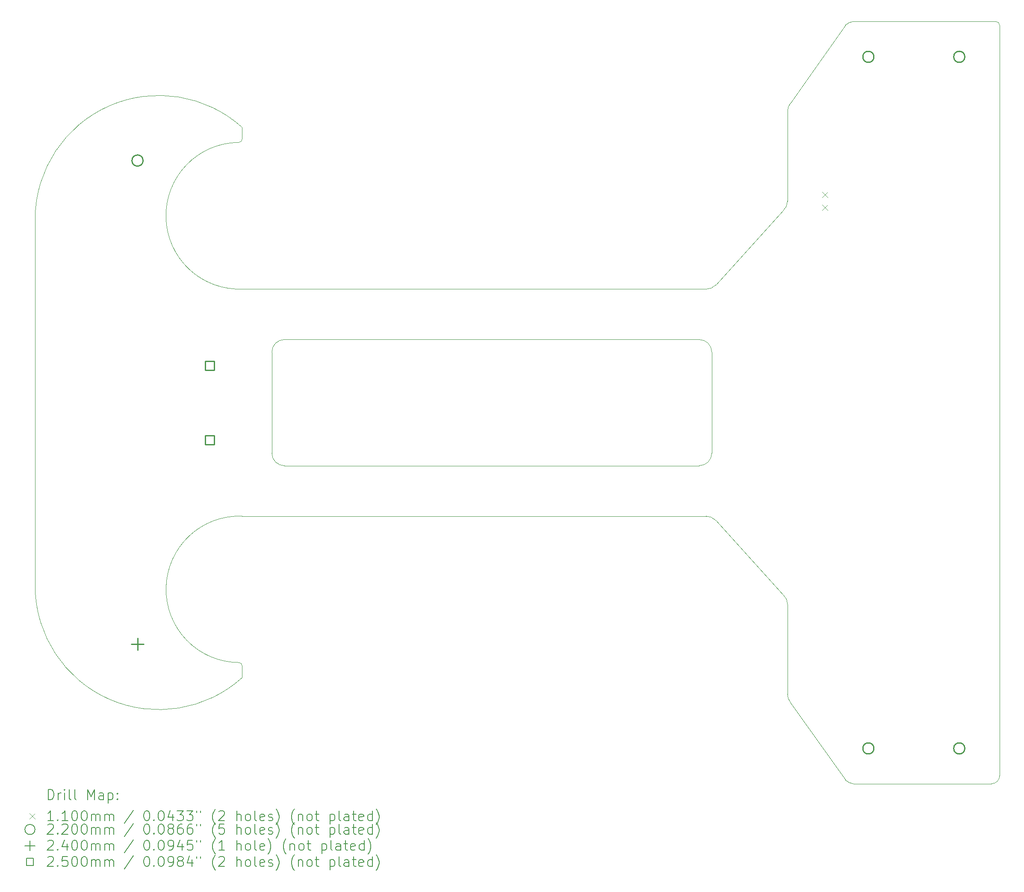
<source format=gbr>
%TF.GenerationSoftware,KiCad,Pcbnew,8.0.0*%
%TF.CreationDate,2024-03-17T01:00:04+02:00*%
%TF.ProjectId,FollowTheLine,466f6c6c-6f77-4546-9865-4c696e652e6b,rev?*%
%TF.SameCoordinates,Original*%
%TF.FileFunction,Drillmap*%
%TF.FilePolarity,Positive*%
%FSLAX45Y45*%
G04 Gerber Fmt 4.5, Leading zero omitted, Abs format (unit mm)*
G04 Created by KiCad (PCBNEW 8.0.0) date 2024-03-17 01:00:04*
%MOMM*%
%LPD*%
G01*
G04 APERTURE LIST*
%ADD10C,0.050000*%
%ADD11C,0.200000*%
%ADD12C,0.110000*%
%ADD13C,0.220000*%
%ADD14C,0.240000*%
%ADD15C,0.250000*%
G04 APERTURE END LIST*
D10*
X24035363Y-16309363D02*
G75*
G02*
X23875363Y-16469363I-160003J3D01*
G01*
X19834246Y-4928948D02*
X19836988Y-3150804D01*
X19890642Y-14853545D02*
G75*
G02*
X19834486Y-14691696I197708J159265D01*
G01*
X20986559Y-1439756D02*
X19893142Y-2988955D01*
X20986559Y-1439756D02*
G75*
G02*
X21137063Y-1370501I175511J-183254D01*
G01*
X9623500Y-9920000D02*
X9623500Y-7920000D01*
X9035705Y-3698100D02*
G75*
G02*
X8968205Y-3765605I-67505J0D01*
G01*
X19836746Y-12918552D02*
X19834488Y-14691696D01*
X9035935Y-14368330D02*
G75*
G02*
X4935935Y-12568330I-1645737J1820822D01*
G01*
X18086000Y-7670000D02*
G75*
G02*
X18336000Y-7920000I0J-250000D01*
G01*
X9036000Y-6670000D02*
X18226007Y-6671836D01*
X18336000Y-9920000D02*
G75*
G02*
X18086000Y-10170000I-250000J0D01*
G01*
X23961000Y-1370000D02*
G75*
G02*
X24036000Y-1445000I0J-75000D01*
G01*
X9035903Y-11169158D02*
X18224948Y-11169254D01*
X4935935Y-5268330D02*
X4935935Y-12568330D01*
X24036000Y-1445000D02*
X24035363Y-16309363D01*
X23961000Y-1370000D02*
X21137064Y-1370503D01*
X9036000Y-6670000D02*
G75*
G02*
X8968205Y-3765600I-56597J1451670D01*
G01*
X18336000Y-7920000D02*
X18336000Y-9920000D01*
X9623500Y-7920000D02*
G75*
G02*
X9873500Y-7670000I250000J0D01*
G01*
X18410544Y-6590492D02*
G75*
G02*
X18226007Y-6671836I-182044J162992D01*
G01*
X19752902Y-5113485D02*
X18410544Y-6590492D01*
X21137064Y-16469497D02*
G75*
G02*
X20986560Y-16400243I24996J252487D01*
G01*
X9035935Y-3468330D02*
X9035705Y-3698100D01*
X18086000Y-7670000D02*
X9873500Y-7670000D01*
X9035705Y-14136060D02*
X9035935Y-14368330D01*
X19755402Y-12734015D02*
G75*
G02*
X19836747Y-12918552I-162992J-182045D01*
G01*
X23875363Y-16469363D02*
X21137064Y-16469497D01*
X19836988Y-3150804D02*
G75*
G02*
X19893144Y-2988957I253832J2594D01*
G01*
X9873500Y-10170000D02*
X18086000Y-10170000D01*
X19755402Y-12734015D02*
X18409485Y-11250598D01*
X20986559Y-16400244D02*
X19890642Y-14853545D01*
X4935935Y-5268330D02*
G75*
G02*
X9035935Y-3468330I2454263J-20821D01*
G01*
X8968205Y-14068560D02*
G75*
G02*
X9035700Y-14136060I5J-67490D01*
G01*
X18224948Y-11169254D02*
G75*
G02*
X18409487Y-11250596I2492J-244346D01*
G01*
X9873500Y-10170000D02*
G75*
G02*
X9623500Y-9920000I0J250000D01*
G01*
X8968205Y-14068560D02*
G75*
G02*
X9035903Y-11169158I11198J1450230D01*
G01*
X19834246Y-4928948D02*
G75*
G02*
X19752904Y-5113487I-244346J-2492D01*
G01*
D11*
D12*
X20518500Y-4746000D02*
X20628500Y-4856000D01*
X20628500Y-4746000D02*
X20518500Y-4856000D01*
X20518500Y-5000000D02*
X20628500Y-5110000D01*
X20628500Y-5000000D02*
X20518500Y-5110000D01*
D13*
X7073500Y-4125000D02*
G75*
G02*
X6853500Y-4125000I-110000J0D01*
G01*
X6853500Y-4125000D02*
G75*
G02*
X7073500Y-4125000I110000J0D01*
G01*
X21546000Y-2070000D02*
G75*
G02*
X21326000Y-2070000I-110000J0D01*
G01*
X21326000Y-2070000D02*
G75*
G02*
X21546000Y-2070000I110000J0D01*
G01*
X21546000Y-15770000D02*
G75*
G02*
X21326000Y-15770000I-110000J0D01*
G01*
X21326000Y-15770000D02*
G75*
G02*
X21546000Y-15770000I110000J0D01*
G01*
X23346000Y-2070000D02*
G75*
G02*
X23126000Y-2070000I-110000J0D01*
G01*
X23126000Y-2070000D02*
G75*
G02*
X23346000Y-2070000I110000J0D01*
G01*
X23346000Y-15770000D02*
G75*
G02*
X23126000Y-15770000I-110000J0D01*
G01*
X23126000Y-15770000D02*
G75*
G02*
X23346000Y-15770000I110000J0D01*
G01*
D14*
X6963500Y-13585000D02*
X6963500Y-13825000D01*
X6843500Y-13705000D02*
X7083500Y-13705000D01*
D15*
X8484389Y-8275889D02*
X8484389Y-8099111D01*
X8307611Y-8099111D01*
X8307611Y-8275889D01*
X8484389Y-8275889D01*
X8484389Y-9745889D02*
X8484389Y-9569111D01*
X8307611Y-9569111D01*
X8307611Y-9745889D01*
X8484389Y-9745889D01*
D11*
X5194212Y-16783481D02*
X5194212Y-16583480D01*
X5194212Y-16583480D02*
X5241831Y-16583480D01*
X5241831Y-16583480D02*
X5270402Y-16593004D01*
X5270402Y-16593004D02*
X5289450Y-16612052D01*
X5289450Y-16612052D02*
X5298974Y-16631099D01*
X5298974Y-16631099D02*
X5308497Y-16669195D01*
X5308497Y-16669195D02*
X5308497Y-16697766D01*
X5308497Y-16697766D02*
X5298974Y-16735861D01*
X5298974Y-16735861D02*
X5289450Y-16754909D01*
X5289450Y-16754909D02*
X5270402Y-16773957D01*
X5270402Y-16773957D02*
X5241831Y-16783481D01*
X5241831Y-16783481D02*
X5194212Y-16783481D01*
X5394212Y-16783481D02*
X5394212Y-16650147D01*
X5394212Y-16688242D02*
X5403735Y-16669195D01*
X5403735Y-16669195D02*
X5413259Y-16659671D01*
X5413259Y-16659671D02*
X5432307Y-16650147D01*
X5432307Y-16650147D02*
X5451355Y-16650147D01*
X5518021Y-16783481D02*
X5518021Y-16650147D01*
X5518021Y-16583480D02*
X5508497Y-16593004D01*
X5508497Y-16593004D02*
X5518021Y-16602528D01*
X5518021Y-16602528D02*
X5527545Y-16593004D01*
X5527545Y-16593004D02*
X5518021Y-16583480D01*
X5518021Y-16583480D02*
X5518021Y-16602528D01*
X5641831Y-16783481D02*
X5622783Y-16773957D01*
X5622783Y-16773957D02*
X5613259Y-16754909D01*
X5613259Y-16754909D02*
X5613259Y-16583480D01*
X5746592Y-16783481D02*
X5727545Y-16773957D01*
X5727545Y-16773957D02*
X5718021Y-16754909D01*
X5718021Y-16754909D02*
X5718021Y-16583480D01*
X5975164Y-16783481D02*
X5975164Y-16583480D01*
X5975164Y-16583480D02*
X6041831Y-16726338D01*
X6041831Y-16726338D02*
X6108497Y-16583480D01*
X6108497Y-16583480D02*
X6108497Y-16783481D01*
X6289450Y-16783481D02*
X6289450Y-16678719D01*
X6289450Y-16678719D02*
X6279926Y-16659671D01*
X6279926Y-16659671D02*
X6260878Y-16650147D01*
X6260878Y-16650147D02*
X6222783Y-16650147D01*
X6222783Y-16650147D02*
X6203735Y-16659671D01*
X6289450Y-16773957D02*
X6270402Y-16783481D01*
X6270402Y-16783481D02*
X6222783Y-16783481D01*
X6222783Y-16783481D02*
X6203735Y-16773957D01*
X6203735Y-16773957D02*
X6194212Y-16754909D01*
X6194212Y-16754909D02*
X6194212Y-16735861D01*
X6194212Y-16735861D02*
X6203735Y-16716814D01*
X6203735Y-16716814D02*
X6222783Y-16707290D01*
X6222783Y-16707290D02*
X6270402Y-16707290D01*
X6270402Y-16707290D02*
X6289450Y-16697766D01*
X6384688Y-16650147D02*
X6384688Y-16850147D01*
X6384688Y-16659671D02*
X6403735Y-16650147D01*
X6403735Y-16650147D02*
X6441831Y-16650147D01*
X6441831Y-16650147D02*
X6460878Y-16659671D01*
X6460878Y-16659671D02*
X6470402Y-16669195D01*
X6470402Y-16669195D02*
X6479926Y-16688242D01*
X6479926Y-16688242D02*
X6479926Y-16745385D01*
X6479926Y-16745385D02*
X6470402Y-16764433D01*
X6470402Y-16764433D02*
X6460878Y-16773957D01*
X6460878Y-16773957D02*
X6441831Y-16783481D01*
X6441831Y-16783481D02*
X6403735Y-16783481D01*
X6403735Y-16783481D02*
X6384688Y-16773957D01*
X6565640Y-16764433D02*
X6575164Y-16773957D01*
X6575164Y-16773957D02*
X6565640Y-16783481D01*
X6565640Y-16783481D02*
X6556116Y-16773957D01*
X6556116Y-16773957D02*
X6565640Y-16764433D01*
X6565640Y-16764433D02*
X6565640Y-16783481D01*
X6565640Y-16659671D02*
X6575164Y-16669195D01*
X6575164Y-16669195D02*
X6565640Y-16678719D01*
X6565640Y-16678719D02*
X6556116Y-16669195D01*
X6556116Y-16669195D02*
X6565640Y-16659671D01*
X6565640Y-16659671D02*
X6565640Y-16678719D01*
D12*
X4823435Y-17056997D02*
X4933435Y-17166997D01*
X4933435Y-17056997D02*
X4823435Y-17166997D01*
D11*
X5298974Y-17203481D02*
X5184688Y-17203481D01*
X5241831Y-17203481D02*
X5241831Y-17003481D01*
X5241831Y-17003481D02*
X5222783Y-17032052D01*
X5222783Y-17032052D02*
X5203735Y-17051100D01*
X5203735Y-17051100D02*
X5184688Y-17060623D01*
X5384688Y-17184433D02*
X5394212Y-17193957D01*
X5394212Y-17193957D02*
X5384688Y-17203481D01*
X5384688Y-17203481D02*
X5375164Y-17193957D01*
X5375164Y-17193957D02*
X5384688Y-17184433D01*
X5384688Y-17184433D02*
X5384688Y-17203481D01*
X5584688Y-17203481D02*
X5470402Y-17203481D01*
X5527545Y-17203481D02*
X5527545Y-17003481D01*
X5527545Y-17003481D02*
X5508497Y-17032052D01*
X5508497Y-17032052D02*
X5489450Y-17051100D01*
X5489450Y-17051100D02*
X5470402Y-17060623D01*
X5708497Y-17003481D02*
X5727545Y-17003481D01*
X5727545Y-17003481D02*
X5746593Y-17013004D01*
X5746593Y-17013004D02*
X5756116Y-17022528D01*
X5756116Y-17022528D02*
X5765640Y-17041576D01*
X5765640Y-17041576D02*
X5775164Y-17079671D01*
X5775164Y-17079671D02*
X5775164Y-17127290D01*
X5775164Y-17127290D02*
X5765640Y-17165385D01*
X5765640Y-17165385D02*
X5756116Y-17184433D01*
X5756116Y-17184433D02*
X5746593Y-17193957D01*
X5746593Y-17193957D02*
X5727545Y-17203481D01*
X5727545Y-17203481D02*
X5708497Y-17203481D01*
X5708497Y-17203481D02*
X5689450Y-17193957D01*
X5689450Y-17193957D02*
X5679926Y-17184433D01*
X5679926Y-17184433D02*
X5670402Y-17165385D01*
X5670402Y-17165385D02*
X5660878Y-17127290D01*
X5660878Y-17127290D02*
X5660878Y-17079671D01*
X5660878Y-17079671D02*
X5670402Y-17041576D01*
X5670402Y-17041576D02*
X5679926Y-17022528D01*
X5679926Y-17022528D02*
X5689450Y-17013004D01*
X5689450Y-17013004D02*
X5708497Y-17003481D01*
X5898973Y-17003481D02*
X5918021Y-17003481D01*
X5918021Y-17003481D02*
X5937069Y-17013004D01*
X5937069Y-17013004D02*
X5946593Y-17022528D01*
X5946593Y-17022528D02*
X5956116Y-17041576D01*
X5956116Y-17041576D02*
X5965640Y-17079671D01*
X5965640Y-17079671D02*
X5965640Y-17127290D01*
X5965640Y-17127290D02*
X5956116Y-17165385D01*
X5956116Y-17165385D02*
X5946593Y-17184433D01*
X5946593Y-17184433D02*
X5937069Y-17193957D01*
X5937069Y-17193957D02*
X5918021Y-17203481D01*
X5918021Y-17203481D02*
X5898973Y-17203481D01*
X5898973Y-17203481D02*
X5879926Y-17193957D01*
X5879926Y-17193957D02*
X5870402Y-17184433D01*
X5870402Y-17184433D02*
X5860878Y-17165385D01*
X5860878Y-17165385D02*
X5851354Y-17127290D01*
X5851354Y-17127290D02*
X5851354Y-17079671D01*
X5851354Y-17079671D02*
X5860878Y-17041576D01*
X5860878Y-17041576D02*
X5870402Y-17022528D01*
X5870402Y-17022528D02*
X5879926Y-17013004D01*
X5879926Y-17013004D02*
X5898973Y-17003481D01*
X6051354Y-17203481D02*
X6051354Y-17070147D01*
X6051354Y-17089195D02*
X6060878Y-17079671D01*
X6060878Y-17079671D02*
X6079926Y-17070147D01*
X6079926Y-17070147D02*
X6108497Y-17070147D01*
X6108497Y-17070147D02*
X6127545Y-17079671D01*
X6127545Y-17079671D02*
X6137069Y-17098719D01*
X6137069Y-17098719D02*
X6137069Y-17203481D01*
X6137069Y-17098719D02*
X6146593Y-17079671D01*
X6146593Y-17079671D02*
X6165640Y-17070147D01*
X6165640Y-17070147D02*
X6194212Y-17070147D01*
X6194212Y-17070147D02*
X6213259Y-17079671D01*
X6213259Y-17079671D02*
X6222783Y-17098719D01*
X6222783Y-17098719D02*
X6222783Y-17203481D01*
X6318021Y-17203481D02*
X6318021Y-17070147D01*
X6318021Y-17089195D02*
X6327545Y-17079671D01*
X6327545Y-17079671D02*
X6346593Y-17070147D01*
X6346593Y-17070147D02*
X6375164Y-17070147D01*
X6375164Y-17070147D02*
X6394212Y-17079671D01*
X6394212Y-17079671D02*
X6403735Y-17098719D01*
X6403735Y-17098719D02*
X6403735Y-17203481D01*
X6403735Y-17098719D02*
X6413259Y-17079671D01*
X6413259Y-17079671D02*
X6432307Y-17070147D01*
X6432307Y-17070147D02*
X6460878Y-17070147D01*
X6460878Y-17070147D02*
X6479926Y-17079671D01*
X6479926Y-17079671D02*
X6489450Y-17098719D01*
X6489450Y-17098719D02*
X6489450Y-17203481D01*
X6879926Y-16993957D02*
X6708497Y-17251100D01*
X7137069Y-17003481D02*
X7156117Y-17003481D01*
X7156117Y-17003481D02*
X7175164Y-17013004D01*
X7175164Y-17013004D02*
X7184688Y-17022528D01*
X7184688Y-17022528D02*
X7194212Y-17041576D01*
X7194212Y-17041576D02*
X7203736Y-17079671D01*
X7203736Y-17079671D02*
X7203736Y-17127290D01*
X7203736Y-17127290D02*
X7194212Y-17165385D01*
X7194212Y-17165385D02*
X7184688Y-17184433D01*
X7184688Y-17184433D02*
X7175164Y-17193957D01*
X7175164Y-17193957D02*
X7156117Y-17203481D01*
X7156117Y-17203481D02*
X7137069Y-17203481D01*
X7137069Y-17203481D02*
X7118021Y-17193957D01*
X7118021Y-17193957D02*
X7108497Y-17184433D01*
X7108497Y-17184433D02*
X7098974Y-17165385D01*
X7098974Y-17165385D02*
X7089450Y-17127290D01*
X7089450Y-17127290D02*
X7089450Y-17079671D01*
X7089450Y-17079671D02*
X7098974Y-17041576D01*
X7098974Y-17041576D02*
X7108497Y-17022528D01*
X7108497Y-17022528D02*
X7118021Y-17013004D01*
X7118021Y-17013004D02*
X7137069Y-17003481D01*
X7289450Y-17184433D02*
X7298974Y-17193957D01*
X7298974Y-17193957D02*
X7289450Y-17203481D01*
X7289450Y-17203481D02*
X7279926Y-17193957D01*
X7279926Y-17193957D02*
X7289450Y-17184433D01*
X7289450Y-17184433D02*
X7289450Y-17203481D01*
X7422783Y-17003481D02*
X7441831Y-17003481D01*
X7441831Y-17003481D02*
X7460878Y-17013004D01*
X7460878Y-17013004D02*
X7470402Y-17022528D01*
X7470402Y-17022528D02*
X7479926Y-17041576D01*
X7479926Y-17041576D02*
X7489450Y-17079671D01*
X7489450Y-17079671D02*
X7489450Y-17127290D01*
X7489450Y-17127290D02*
X7479926Y-17165385D01*
X7479926Y-17165385D02*
X7470402Y-17184433D01*
X7470402Y-17184433D02*
X7460878Y-17193957D01*
X7460878Y-17193957D02*
X7441831Y-17203481D01*
X7441831Y-17203481D02*
X7422783Y-17203481D01*
X7422783Y-17203481D02*
X7403736Y-17193957D01*
X7403736Y-17193957D02*
X7394212Y-17184433D01*
X7394212Y-17184433D02*
X7384688Y-17165385D01*
X7384688Y-17165385D02*
X7375164Y-17127290D01*
X7375164Y-17127290D02*
X7375164Y-17079671D01*
X7375164Y-17079671D02*
X7384688Y-17041576D01*
X7384688Y-17041576D02*
X7394212Y-17022528D01*
X7394212Y-17022528D02*
X7403736Y-17013004D01*
X7403736Y-17013004D02*
X7422783Y-17003481D01*
X7660878Y-17070147D02*
X7660878Y-17203481D01*
X7613259Y-16993957D02*
X7565640Y-17136814D01*
X7565640Y-17136814D02*
X7689450Y-17136814D01*
X7746593Y-17003481D02*
X7870402Y-17003481D01*
X7870402Y-17003481D02*
X7803736Y-17079671D01*
X7803736Y-17079671D02*
X7832307Y-17079671D01*
X7832307Y-17079671D02*
X7851355Y-17089195D01*
X7851355Y-17089195D02*
X7860878Y-17098719D01*
X7860878Y-17098719D02*
X7870402Y-17117766D01*
X7870402Y-17117766D02*
X7870402Y-17165385D01*
X7870402Y-17165385D02*
X7860878Y-17184433D01*
X7860878Y-17184433D02*
X7851355Y-17193957D01*
X7851355Y-17193957D02*
X7832307Y-17203481D01*
X7832307Y-17203481D02*
X7775164Y-17203481D01*
X7775164Y-17203481D02*
X7756117Y-17193957D01*
X7756117Y-17193957D02*
X7746593Y-17184433D01*
X7937069Y-17003481D02*
X8060878Y-17003481D01*
X8060878Y-17003481D02*
X7994212Y-17079671D01*
X7994212Y-17079671D02*
X8022783Y-17079671D01*
X8022783Y-17079671D02*
X8041831Y-17089195D01*
X8041831Y-17089195D02*
X8051355Y-17098719D01*
X8051355Y-17098719D02*
X8060878Y-17117766D01*
X8060878Y-17117766D02*
X8060878Y-17165385D01*
X8060878Y-17165385D02*
X8051355Y-17184433D01*
X8051355Y-17184433D02*
X8041831Y-17193957D01*
X8041831Y-17193957D02*
X8022783Y-17203481D01*
X8022783Y-17203481D02*
X7965640Y-17203481D01*
X7965640Y-17203481D02*
X7946593Y-17193957D01*
X7946593Y-17193957D02*
X7937069Y-17184433D01*
X8137069Y-17003481D02*
X8137069Y-17041576D01*
X8213259Y-17003481D02*
X8213259Y-17041576D01*
X8508498Y-17279671D02*
X8498974Y-17270147D01*
X8498974Y-17270147D02*
X8479926Y-17241576D01*
X8479926Y-17241576D02*
X8470402Y-17222528D01*
X8470402Y-17222528D02*
X8460879Y-17193957D01*
X8460879Y-17193957D02*
X8451355Y-17146338D01*
X8451355Y-17146338D02*
X8451355Y-17108242D01*
X8451355Y-17108242D02*
X8460879Y-17060623D01*
X8460879Y-17060623D02*
X8470402Y-17032052D01*
X8470402Y-17032052D02*
X8479926Y-17013004D01*
X8479926Y-17013004D02*
X8498974Y-16984433D01*
X8498974Y-16984433D02*
X8508498Y-16974909D01*
X8575164Y-17022528D02*
X8584688Y-17013004D01*
X8584688Y-17013004D02*
X8603736Y-17003481D01*
X8603736Y-17003481D02*
X8651355Y-17003481D01*
X8651355Y-17003481D02*
X8670402Y-17013004D01*
X8670402Y-17013004D02*
X8679926Y-17022528D01*
X8679926Y-17022528D02*
X8689450Y-17041576D01*
X8689450Y-17041576D02*
X8689450Y-17060623D01*
X8689450Y-17060623D02*
X8679926Y-17089195D01*
X8679926Y-17089195D02*
X8565641Y-17203481D01*
X8565641Y-17203481D02*
X8689450Y-17203481D01*
X8927545Y-17203481D02*
X8927545Y-17003481D01*
X9013260Y-17203481D02*
X9013260Y-17098719D01*
X9013260Y-17098719D02*
X9003736Y-17079671D01*
X9003736Y-17079671D02*
X8984688Y-17070147D01*
X8984688Y-17070147D02*
X8956117Y-17070147D01*
X8956117Y-17070147D02*
X8937069Y-17079671D01*
X8937069Y-17079671D02*
X8927545Y-17089195D01*
X9137069Y-17203481D02*
X9118022Y-17193957D01*
X9118022Y-17193957D02*
X9108498Y-17184433D01*
X9108498Y-17184433D02*
X9098974Y-17165385D01*
X9098974Y-17165385D02*
X9098974Y-17108242D01*
X9098974Y-17108242D02*
X9108498Y-17089195D01*
X9108498Y-17089195D02*
X9118022Y-17079671D01*
X9118022Y-17079671D02*
X9137069Y-17070147D01*
X9137069Y-17070147D02*
X9165641Y-17070147D01*
X9165641Y-17070147D02*
X9184688Y-17079671D01*
X9184688Y-17079671D02*
X9194212Y-17089195D01*
X9194212Y-17089195D02*
X9203736Y-17108242D01*
X9203736Y-17108242D02*
X9203736Y-17165385D01*
X9203736Y-17165385D02*
X9194212Y-17184433D01*
X9194212Y-17184433D02*
X9184688Y-17193957D01*
X9184688Y-17193957D02*
X9165641Y-17203481D01*
X9165641Y-17203481D02*
X9137069Y-17203481D01*
X9318022Y-17203481D02*
X9298974Y-17193957D01*
X9298974Y-17193957D02*
X9289450Y-17174909D01*
X9289450Y-17174909D02*
X9289450Y-17003481D01*
X9470403Y-17193957D02*
X9451355Y-17203481D01*
X9451355Y-17203481D02*
X9413260Y-17203481D01*
X9413260Y-17203481D02*
X9394212Y-17193957D01*
X9394212Y-17193957D02*
X9384688Y-17174909D01*
X9384688Y-17174909D02*
X9384688Y-17098719D01*
X9384688Y-17098719D02*
X9394212Y-17079671D01*
X9394212Y-17079671D02*
X9413260Y-17070147D01*
X9413260Y-17070147D02*
X9451355Y-17070147D01*
X9451355Y-17070147D02*
X9470403Y-17079671D01*
X9470403Y-17079671D02*
X9479926Y-17098719D01*
X9479926Y-17098719D02*
X9479926Y-17117766D01*
X9479926Y-17117766D02*
X9384688Y-17136814D01*
X9556117Y-17193957D02*
X9575164Y-17203481D01*
X9575164Y-17203481D02*
X9613260Y-17203481D01*
X9613260Y-17203481D02*
X9632307Y-17193957D01*
X9632307Y-17193957D02*
X9641831Y-17174909D01*
X9641831Y-17174909D02*
X9641831Y-17165385D01*
X9641831Y-17165385D02*
X9632307Y-17146338D01*
X9632307Y-17146338D02*
X9613260Y-17136814D01*
X9613260Y-17136814D02*
X9584688Y-17136814D01*
X9584688Y-17136814D02*
X9565641Y-17127290D01*
X9565641Y-17127290D02*
X9556117Y-17108242D01*
X9556117Y-17108242D02*
X9556117Y-17098719D01*
X9556117Y-17098719D02*
X9565641Y-17079671D01*
X9565641Y-17079671D02*
X9584688Y-17070147D01*
X9584688Y-17070147D02*
X9613260Y-17070147D01*
X9613260Y-17070147D02*
X9632307Y-17079671D01*
X9708498Y-17279671D02*
X9718022Y-17270147D01*
X9718022Y-17270147D02*
X9737069Y-17241576D01*
X9737069Y-17241576D02*
X9746593Y-17222528D01*
X9746593Y-17222528D02*
X9756117Y-17193957D01*
X9756117Y-17193957D02*
X9765641Y-17146338D01*
X9765641Y-17146338D02*
X9765641Y-17108242D01*
X9765641Y-17108242D02*
X9756117Y-17060623D01*
X9756117Y-17060623D02*
X9746593Y-17032052D01*
X9746593Y-17032052D02*
X9737069Y-17013004D01*
X9737069Y-17013004D02*
X9718022Y-16984433D01*
X9718022Y-16984433D02*
X9708498Y-16974909D01*
X10070403Y-17279671D02*
X10060879Y-17270147D01*
X10060879Y-17270147D02*
X10041831Y-17241576D01*
X10041831Y-17241576D02*
X10032307Y-17222528D01*
X10032307Y-17222528D02*
X10022784Y-17193957D01*
X10022784Y-17193957D02*
X10013260Y-17146338D01*
X10013260Y-17146338D02*
X10013260Y-17108242D01*
X10013260Y-17108242D02*
X10022784Y-17060623D01*
X10022784Y-17060623D02*
X10032307Y-17032052D01*
X10032307Y-17032052D02*
X10041831Y-17013004D01*
X10041831Y-17013004D02*
X10060879Y-16984433D01*
X10060879Y-16984433D02*
X10070403Y-16974909D01*
X10146593Y-17070147D02*
X10146593Y-17203481D01*
X10146593Y-17089195D02*
X10156117Y-17079671D01*
X10156117Y-17079671D02*
X10175164Y-17070147D01*
X10175164Y-17070147D02*
X10203736Y-17070147D01*
X10203736Y-17070147D02*
X10222784Y-17079671D01*
X10222784Y-17079671D02*
X10232307Y-17098719D01*
X10232307Y-17098719D02*
X10232307Y-17203481D01*
X10356117Y-17203481D02*
X10337069Y-17193957D01*
X10337069Y-17193957D02*
X10327545Y-17184433D01*
X10327545Y-17184433D02*
X10318022Y-17165385D01*
X10318022Y-17165385D02*
X10318022Y-17108242D01*
X10318022Y-17108242D02*
X10327545Y-17089195D01*
X10327545Y-17089195D02*
X10337069Y-17079671D01*
X10337069Y-17079671D02*
X10356117Y-17070147D01*
X10356117Y-17070147D02*
X10384688Y-17070147D01*
X10384688Y-17070147D02*
X10403736Y-17079671D01*
X10403736Y-17079671D02*
X10413260Y-17089195D01*
X10413260Y-17089195D02*
X10422784Y-17108242D01*
X10422784Y-17108242D02*
X10422784Y-17165385D01*
X10422784Y-17165385D02*
X10413260Y-17184433D01*
X10413260Y-17184433D02*
X10403736Y-17193957D01*
X10403736Y-17193957D02*
X10384688Y-17203481D01*
X10384688Y-17203481D02*
X10356117Y-17203481D01*
X10479926Y-17070147D02*
X10556117Y-17070147D01*
X10508498Y-17003481D02*
X10508498Y-17174909D01*
X10508498Y-17174909D02*
X10518022Y-17193957D01*
X10518022Y-17193957D02*
X10537069Y-17203481D01*
X10537069Y-17203481D02*
X10556117Y-17203481D01*
X10775165Y-17070147D02*
X10775165Y-17270147D01*
X10775165Y-17079671D02*
X10794212Y-17070147D01*
X10794212Y-17070147D02*
X10832307Y-17070147D01*
X10832307Y-17070147D02*
X10851355Y-17079671D01*
X10851355Y-17079671D02*
X10860879Y-17089195D01*
X10860879Y-17089195D02*
X10870403Y-17108242D01*
X10870403Y-17108242D02*
X10870403Y-17165385D01*
X10870403Y-17165385D02*
X10860879Y-17184433D01*
X10860879Y-17184433D02*
X10851355Y-17193957D01*
X10851355Y-17193957D02*
X10832307Y-17203481D01*
X10832307Y-17203481D02*
X10794212Y-17203481D01*
X10794212Y-17203481D02*
X10775165Y-17193957D01*
X10984688Y-17203481D02*
X10965641Y-17193957D01*
X10965641Y-17193957D02*
X10956117Y-17174909D01*
X10956117Y-17174909D02*
X10956117Y-17003481D01*
X11146593Y-17203481D02*
X11146593Y-17098719D01*
X11146593Y-17098719D02*
X11137069Y-17079671D01*
X11137069Y-17079671D02*
X11118022Y-17070147D01*
X11118022Y-17070147D02*
X11079926Y-17070147D01*
X11079926Y-17070147D02*
X11060879Y-17079671D01*
X11146593Y-17193957D02*
X11127546Y-17203481D01*
X11127546Y-17203481D02*
X11079926Y-17203481D01*
X11079926Y-17203481D02*
X11060879Y-17193957D01*
X11060879Y-17193957D02*
X11051355Y-17174909D01*
X11051355Y-17174909D02*
X11051355Y-17155861D01*
X11051355Y-17155861D02*
X11060879Y-17136814D01*
X11060879Y-17136814D02*
X11079926Y-17127290D01*
X11079926Y-17127290D02*
X11127546Y-17127290D01*
X11127546Y-17127290D02*
X11146593Y-17117766D01*
X11213260Y-17070147D02*
X11289450Y-17070147D01*
X11241831Y-17003481D02*
X11241831Y-17174909D01*
X11241831Y-17174909D02*
X11251355Y-17193957D01*
X11251355Y-17193957D02*
X11270403Y-17203481D01*
X11270403Y-17203481D02*
X11289450Y-17203481D01*
X11432307Y-17193957D02*
X11413260Y-17203481D01*
X11413260Y-17203481D02*
X11375164Y-17203481D01*
X11375164Y-17203481D02*
X11356117Y-17193957D01*
X11356117Y-17193957D02*
X11346593Y-17174909D01*
X11346593Y-17174909D02*
X11346593Y-17098719D01*
X11346593Y-17098719D02*
X11356117Y-17079671D01*
X11356117Y-17079671D02*
X11375164Y-17070147D01*
X11375164Y-17070147D02*
X11413260Y-17070147D01*
X11413260Y-17070147D02*
X11432307Y-17079671D01*
X11432307Y-17079671D02*
X11441831Y-17098719D01*
X11441831Y-17098719D02*
X11441831Y-17117766D01*
X11441831Y-17117766D02*
X11346593Y-17136814D01*
X11613260Y-17203481D02*
X11613260Y-17003481D01*
X11613260Y-17193957D02*
X11594212Y-17203481D01*
X11594212Y-17203481D02*
X11556117Y-17203481D01*
X11556117Y-17203481D02*
X11537069Y-17193957D01*
X11537069Y-17193957D02*
X11527545Y-17184433D01*
X11527545Y-17184433D02*
X11518022Y-17165385D01*
X11518022Y-17165385D02*
X11518022Y-17108242D01*
X11518022Y-17108242D02*
X11527545Y-17089195D01*
X11527545Y-17089195D02*
X11537069Y-17079671D01*
X11537069Y-17079671D02*
X11556117Y-17070147D01*
X11556117Y-17070147D02*
X11594212Y-17070147D01*
X11594212Y-17070147D02*
X11613260Y-17079671D01*
X11689450Y-17279671D02*
X11698974Y-17270147D01*
X11698974Y-17270147D02*
X11718022Y-17241576D01*
X11718022Y-17241576D02*
X11727545Y-17222528D01*
X11727545Y-17222528D02*
X11737069Y-17193957D01*
X11737069Y-17193957D02*
X11746593Y-17146338D01*
X11746593Y-17146338D02*
X11746593Y-17108242D01*
X11746593Y-17108242D02*
X11737069Y-17060623D01*
X11737069Y-17060623D02*
X11727545Y-17032052D01*
X11727545Y-17032052D02*
X11718022Y-17013004D01*
X11718022Y-17013004D02*
X11698974Y-16984433D01*
X11698974Y-16984433D02*
X11689450Y-16974909D01*
X4933435Y-17375997D02*
G75*
G02*
X4733435Y-17375997I-100000J0D01*
G01*
X4733435Y-17375997D02*
G75*
G02*
X4933435Y-17375997I100000J0D01*
G01*
X5184688Y-17286528D02*
X5194212Y-17277004D01*
X5194212Y-17277004D02*
X5213259Y-17267481D01*
X5213259Y-17267481D02*
X5260878Y-17267481D01*
X5260878Y-17267481D02*
X5279926Y-17277004D01*
X5279926Y-17277004D02*
X5289450Y-17286528D01*
X5289450Y-17286528D02*
X5298974Y-17305576D01*
X5298974Y-17305576D02*
X5298974Y-17324623D01*
X5298974Y-17324623D02*
X5289450Y-17353195D01*
X5289450Y-17353195D02*
X5175164Y-17467481D01*
X5175164Y-17467481D02*
X5298974Y-17467481D01*
X5384688Y-17448433D02*
X5394212Y-17457957D01*
X5394212Y-17457957D02*
X5384688Y-17467481D01*
X5384688Y-17467481D02*
X5375164Y-17457957D01*
X5375164Y-17457957D02*
X5384688Y-17448433D01*
X5384688Y-17448433D02*
X5384688Y-17467481D01*
X5470402Y-17286528D02*
X5479926Y-17277004D01*
X5479926Y-17277004D02*
X5498974Y-17267481D01*
X5498974Y-17267481D02*
X5546593Y-17267481D01*
X5546593Y-17267481D02*
X5565640Y-17277004D01*
X5565640Y-17277004D02*
X5575164Y-17286528D01*
X5575164Y-17286528D02*
X5584688Y-17305576D01*
X5584688Y-17305576D02*
X5584688Y-17324623D01*
X5584688Y-17324623D02*
X5575164Y-17353195D01*
X5575164Y-17353195D02*
X5460878Y-17467481D01*
X5460878Y-17467481D02*
X5584688Y-17467481D01*
X5708497Y-17267481D02*
X5727545Y-17267481D01*
X5727545Y-17267481D02*
X5746593Y-17277004D01*
X5746593Y-17277004D02*
X5756116Y-17286528D01*
X5756116Y-17286528D02*
X5765640Y-17305576D01*
X5765640Y-17305576D02*
X5775164Y-17343671D01*
X5775164Y-17343671D02*
X5775164Y-17391290D01*
X5775164Y-17391290D02*
X5765640Y-17429385D01*
X5765640Y-17429385D02*
X5756116Y-17448433D01*
X5756116Y-17448433D02*
X5746593Y-17457957D01*
X5746593Y-17457957D02*
X5727545Y-17467481D01*
X5727545Y-17467481D02*
X5708497Y-17467481D01*
X5708497Y-17467481D02*
X5689450Y-17457957D01*
X5689450Y-17457957D02*
X5679926Y-17448433D01*
X5679926Y-17448433D02*
X5670402Y-17429385D01*
X5670402Y-17429385D02*
X5660878Y-17391290D01*
X5660878Y-17391290D02*
X5660878Y-17343671D01*
X5660878Y-17343671D02*
X5670402Y-17305576D01*
X5670402Y-17305576D02*
X5679926Y-17286528D01*
X5679926Y-17286528D02*
X5689450Y-17277004D01*
X5689450Y-17277004D02*
X5708497Y-17267481D01*
X5898973Y-17267481D02*
X5918021Y-17267481D01*
X5918021Y-17267481D02*
X5937069Y-17277004D01*
X5937069Y-17277004D02*
X5946593Y-17286528D01*
X5946593Y-17286528D02*
X5956116Y-17305576D01*
X5956116Y-17305576D02*
X5965640Y-17343671D01*
X5965640Y-17343671D02*
X5965640Y-17391290D01*
X5965640Y-17391290D02*
X5956116Y-17429385D01*
X5956116Y-17429385D02*
X5946593Y-17448433D01*
X5946593Y-17448433D02*
X5937069Y-17457957D01*
X5937069Y-17457957D02*
X5918021Y-17467481D01*
X5918021Y-17467481D02*
X5898973Y-17467481D01*
X5898973Y-17467481D02*
X5879926Y-17457957D01*
X5879926Y-17457957D02*
X5870402Y-17448433D01*
X5870402Y-17448433D02*
X5860878Y-17429385D01*
X5860878Y-17429385D02*
X5851354Y-17391290D01*
X5851354Y-17391290D02*
X5851354Y-17343671D01*
X5851354Y-17343671D02*
X5860878Y-17305576D01*
X5860878Y-17305576D02*
X5870402Y-17286528D01*
X5870402Y-17286528D02*
X5879926Y-17277004D01*
X5879926Y-17277004D02*
X5898973Y-17267481D01*
X6051354Y-17467481D02*
X6051354Y-17334147D01*
X6051354Y-17353195D02*
X6060878Y-17343671D01*
X6060878Y-17343671D02*
X6079926Y-17334147D01*
X6079926Y-17334147D02*
X6108497Y-17334147D01*
X6108497Y-17334147D02*
X6127545Y-17343671D01*
X6127545Y-17343671D02*
X6137069Y-17362719D01*
X6137069Y-17362719D02*
X6137069Y-17467481D01*
X6137069Y-17362719D02*
X6146593Y-17343671D01*
X6146593Y-17343671D02*
X6165640Y-17334147D01*
X6165640Y-17334147D02*
X6194212Y-17334147D01*
X6194212Y-17334147D02*
X6213259Y-17343671D01*
X6213259Y-17343671D02*
X6222783Y-17362719D01*
X6222783Y-17362719D02*
X6222783Y-17467481D01*
X6318021Y-17467481D02*
X6318021Y-17334147D01*
X6318021Y-17353195D02*
X6327545Y-17343671D01*
X6327545Y-17343671D02*
X6346593Y-17334147D01*
X6346593Y-17334147D02*
X6375164Y-17334147D01*
X6375164Y-17334147D02*
X6394212Y-17343671D01*
X6394212Y-17343671D02*
X6403735Y-17362719D01*
X6403735Y-17362719D02*
X6403735Y-17467481D01*
X6403735Y-17362719D02*
X6413259Y-17343671D01*
X6413259Y-17343671D02*
X6432307Y-17334147D01*
X6432307Y-17334147D02*
X6460878Y-17334147D01*
X6460878Y-17334147D02*
X6479926Y-17343671D01*
X6479926Y-17343671D02*
X6489450Y-17362719D01*
X6489450Y-17362719D02*
X6489450Y-17467481D01*
X6879926Y-17257957D02*
X6708497Y-17515100D01*
X7137069Y-17267481D02*
X7156117Y-17267481D01*
X7156117Y-17267481D02*
X7175164Y-17277004D01*
X7175164Y-17277004D02*
X7184688Y-17286528D01*
X7184688Y-17286528D02*
X7194212Y-17305576D01*
X7194212Y-17305576D02*
X7203736Y-17343671D01*
X7203736Y-17343671D02*
X7203736Y-17391290D01*
X7203736Y-17391290D02*
X7194212Y-17429385D01*
X7194212Y-17429385D02*
X7184688Y-17448433D01*
X7184688Y-17448433D02*
X7175164Y-17457957D01*
X7175164Y-17457957D02*
X7156117Y-17467481D01*
X7156117Y-17467481D02*
X7137069Y-17467481D01*
X7137069Y-17467481D02*
X7118021Y-17457957D01*
X7118021Y-17457957D02*
X7108497Y-17448433D01*
X7108497Y-17448433D02*
X7098974Y-17429385D01*
X7098974Y-17429385D02*
X7089450Y-17391290D01*
X7089450Y-17391290D02*
X7089450Y-17343671D01*
X7089450Y-17343671D02*
X7098974Y-17305576D01*
X7098974Y-17305576D02*
X7108497Y-17286528D01*
X7108497Y-17286528D02*
X7118021Y-17277004D01*
X7118021Y-17277004D02*
X7137069Y-17267481D01*
X7289450Y-17448433D02*
X7298974Y-17457957D01*
X7298974Y-17457957D02*
X7289450Y-17467481D01*
X7289450Y-17467481D02*
X7279926Y-17457957D01*
X7279926Y-17457957D02*
X7289450Y-17448433D01*
X7289450Y-17448433D02*
X7289450Y-17467481D01*
X7422783Y-17267481D02*
X7441831Y-17267481D01*
X7441831Y-17267481D02*
X7460878Y-17277004D01*
X7460878Y-17277004D02*
X7470402Y-17286528D01*
X7470402Y-17286528D02*
X7479926Y-17305576D01*
X7479926Y-17305576D02*
X7489450Y-17343671D01*
X7489450Y-17343671D02*
X7489450Y-17391290D01*
X7489450Y-17391290D02*
X7479926Y-17429385D01*
X7479926Y-17429385D02*
X7470402Y-17448433D01*
X7470402Y-17448433D02*
X7460878Y-17457957D01*
X7460878Y-17457957D02*
X7441831Y-17467481D01*
X7441831Y-17467481D02*
X7422783Y-17467481D01*
X7422783Y-17467481D02*
X7403736Y-17457957D01*
X7403736Y-17457957D02*
X7394212Y-17448433D01*
X7394212Y-17448433D02*
X7384688Y-17429385D01*
X7384688Y-17429385D02*
X7375164Y-17391290D01*
X7375164Y-17391290D02*
X7375164Y-17343671D01*
X7375164Y-17343671D02*
X7384688Y-17305576D01*
X7384688Y-17305576D02*
X7394212Y-17286528D01*
X7394212Y-17286528D02*
X7403736Y-17277004D01*
X7403736Y-17277004D02*
X7422783Y-17267481D01*
X7603736Y-17353195D02*
X7584688Y-17343671D01*
X7584688Y-17343671D02*
X7575164Y-17334147D01*
X7575164Y-17334147D02*
X7565640Y-17315100D01*
X7565640Y-17315100D02*
X7565640Y-17305576D01*
X7565640Y-17305576D02*
X7575164Y-17286528D01*
X7575164Y-17286528D02*
X7584688Y-17277004D01*
X7584688Y-17277004D02*
X7603736Y-17267481D01*
X7603736Y-17267481D02*
X7641831Y-17267481D01*
X7641831Y-17267481D02*
X7660878Y-17277004D01*
X7660878Y-17277004D02*
X7670402Y-17286528D01*
X7670402Y-17286528D02*
X7679926Y-17305576D01*
X7679926Y-17305576D02*
X7679926Y-17315100D01*
X7679926Y-17315100D02*
X7670402Y-17334147D01*
X7670402Y-17334147D02*
X7660878Y-17343671D01*
X7660878Y-17343671D02*
X7641831Y-17353195D01*
X7641831Y-17353195D02*
X7603736Y-17353195D01*
X7603736Y-17353195D02*
X7584688Y-17362719D01*
X7584688Y-17362719D02*
X7575164Y-17372242D01*
X7575164Y-17372242D02*
X7565640Y-17391290D01*
X7565640Y-17391290D02*
X7565640Y-17429385D01*
X7565640Y-17429385D02*
X7575164Y-17448433D01*
X7575164Y-17448433D02*
X7584688Y-17457957D01*
X7584688Y-17457957D02*
X7603736Y-17467481D01*
X7603736Y-17467481D02*
X7641831Y-17467481D01*
X7641831Y-17467481D02*
X7660878Y-17457957D01*
X7660878Y-17457957D02*
X7670402Y-17448433D01*
X7670402Y-17448433D02*
X7679926Y-17429385D01*
X7679926Y-17429385D02*
X7679926Y-17391290D01*
X7679926Y-17391290D02*
X7670402Y-17372242D01*
X7670402Y-17372242D02*
X7660878Y-17362719D01*
X7660878Y-17362719D02*
X7641831Y-17353195D01*
X7851355Y-17267481D02*
X7813259Y-17267481D01*
X7813259Y-17267481D02*
X7794212Y-17277004D01*
X7794212Y-17277004D02*
X7784688Y-17286528D01*
X7784688Y-17286528D02*
X7765640Y-17315100D01*
X7765640Y-17315100D02*
X7756117Y-17353195D01*
X7756117Y-17353195D02*
X7756117Y-17429385D01*
X7756117Y-17429385D02*
X7765640Y-17448433D01*
X7765640Y-17448433D02*
X7775164Y-17457957D01*
X7775164Y-17457957D02*
X7794212Y-17467481D01*
X7794212Y-17467481D02*
X7832307Y-17467481D01*
X7832307Y-17467481D02*
X7851355Y-17457957D01*
X7851355Y-17457957D02*
X7860878Y-17448433D01*
X7860878Y-17448433D02*
X7870402Y-17429385D01*
X7870402Y-17429385D02*
X7870402Y-17381766D01*
X7870402Y-17381766D02*
X7860878Y-17362719D01*
X7860878Y-17362719D02*
X7851355Y-17353195D01*
X7851355Y-17353195D02*
X7832307Y-17343671D01*
X7832307Y-17343671D02*
X7794212Y-17343671D01*
X7794212Y-17343671D02*
X7775164Y-17353195D01*
X7775164Y-17353195D02*
X7765640Y-17362719D01*
X7765640Y-17362719D02*
X7756117Y-17381766D01*
X8041831Y-17267481D02*
X8003736Y-17267481D01*
X8003736Y-17267481D02*
X7984688Y-17277004D01*
X7984688Y-17277004D02*
X7975164Y-17286528D01*
X7975164Y-17286528D02*
X7956117Y-17315100D01*
X7956117Y-17315100D02*
X7946593Y-17353195D01*
X7946593Y-17353195D02*
X7946593Y-17429385D01*
X7946593Y-17429385D02*
X7956117Y-17448433D01*
X7956117Y-17448433D02*
X7965640Y-17457957D01*
X7965640Y-17457957D02*
X7984688Y-17467481D01*
X7984688Y-17467481D02*
X8022783Y-17467481D01*
X8022783Y-17467481D02*
X8041831Y-17457957D01*
X8041831Y-17457957D02*
X8051355Y-17448433D01*
X8051355Y-17448433D02*
X8060878Y-17429385D01*
X8060878Y-17429385D02*
X8060878Y-17381766D01*
X8060878Y-17381766D02*
X8051355Y-17362719D01*
X8051355Y-17362719D02*
X8041831Y-17353195D01*
X8041831Y-17353195D02*
X8022783Y-17343671D01*
X8022783Y-17343671D02*
X7984688Y-17343671D01*
X7984688Y-17343671D02*
X7965640Y-17353195D01*
X7965640Y-17353195D02*
X7956117Y-17362719D01*
X7956117Y-17362719D02*
X7946593Y-17381766D01*
X8137069Y-17267481D02*
X8137069Y-17305576D01*
X8213259Y-17267481D02*
X8213259Y-17305576D01*
X8508498Y-17543671D02*
X8498974Y-17534147D01*
X8498974Y-17534147D02*
X8479926Y-17505576D01*
X8479926Y-17505576D02*
X8470402Y-17486528D01*
X8470402Y-17486528D02*
X8460879Y-17457957D01*
X8460879Y-17457957D02*
X8451355Y-17410338D01*
X8451355Y-17410338D02*
X8451355Y-17372242D01*
X8451355Y-17372242D02*
X8460879Y-17324623D01*
X8460879Y-17324623D02*
X8470402Y-17296052D01*
X8470402Y-17296052D02*
X8479926Y-17277004D01*
X8479926Y-17277004D02*
X8498974Y-17248433D01*
X8498974Y-17248433D02*
X8508498Y-17238909D01*
X8679926Y-17267481D02*
X8584688Y-17267481D01*
X8584688Y-17267481D02*
X8575164Y-17362719D01*
X8575164Y-17362719D02*
X8584688Y-17353195D01*
X8584688Y-17353195D02*
X8603736Y-17343671D01*
X8603736Y-17343671D02*
X8651355Y-17343671D01*
X8651355Y-17343671D02*
X8670402Y-17353195D01*
X8670402Y-17353195D02*
X8679926Y-17362719D01*
X8679926Y-17362719D02*
X8689450Y-17381766D01*
X8689450Y-17381766D02*
X8689450Y-17429385D01*
X8689450Y-17429385D02*
X8679926Y-17448433D01*
X8679926Y-17448433D02*
X8670402Y-17457957D01*
X8670402Y-17457957D02*
X8651355Y-17467481D01*
X8651355Y-17467481D02*
X8603736Y-17467481D01*
X8603736Y-17467481D02*
X8584688Y-17457957D01*
X8584688Y-17457957D02*
X8575164Y-17448433D01*
X8927545Y-17467481D02*
X8927545Y-17267481D01*
X9013260Y-17467481D02*
X9013260Y-17362719D01*
X9013260Y-17362719D02*
X9003736Y-17343671D01*
X9003736Y-17343671D02*
X8984688Y-17334147D01*
X8984688Y-17334147D02*
X8956117Y-17334147D01*
X8956117Y-17334147D02*
X8937069Y-17343671D01*
X8937069Y-17343671D02*
X8927545Y-17353195D01*
X9137069Y-17467481D02*
X9118022Y-17457957D01*
X9118022Y-17457957D02*
X9108498Y-17448433D01*
X9108498Y-17448433D02*
X9098974Y-17429385D01*
X9098974Y-17429385D02*
X9098974Y-17372242D01*
X9098974Y-17372242D02*
X9108498Y-17353195D01*
X9108498Y-17353195D02*
X9118022Y-17343671D01*
X9118022Y-17343671D02*
X9137069Y-17334147D01*
X9137069Y-17334147D02*
X9165641Y-17334147D01*
X9165641Y-17334147D02*
X9184688Y-17343671D01*
X9184688Y-17343671D02*
X9194212Y-17353195D01*
X9194212Y-17353195D02*
X9203736Y-17372242D01*
X9203736Y-17372242D02*
X9203736Y-17429385D01*
X9203736Y-17429385D02*
X9194212Y-17448433D01*
X9194212Y-17448433D02*
X9184688Y-17457957D01*
X9184688Y-17457957D02*
X9165641Y-17467481D01*
X9165641Y-17467481D02*
X9137069Y-17467481D01*
X9318022Y-17467481D02*
X9298974Y-17457957D01*
X9298974Y-17457957D02*
X9289450Y-17438909D01*
X9289450Y-17438909D02*
X9289450Y-17267481D01*
X9470403Y-17457957D02*
X9451355Y-17467481D01*
X9451355Y-17467481D02*
X9413260Y-17467481D01*
X9413260Y-17467481D02*
X9394212Y-17457957D01*
X9394212Y-17457957D02*
X9384688Y-17438909D01*
X9384688Y-17438909D02*
X9384688Y-17362719D01*
X9384688Y-17362719D02*
X9394212Y-17343671D01*
X9394212Y-17343671D02*
X9413260Y-17334147D01*
X9413260Y-17334147D02*
X9451355Y-17334147D01*
X9451355Y-17334147D02*
X9470403Y-17343671D01*
X9470403Y-17343671D02*
X9479926Y-17362719D01*
X9479926Y-17362719D02*
X9479926Y-17381766D01*
X9479926Y-17381766D02*
X9384688Y-17400814D01*
X9556117Y-17457957D02*
X9575164Y-17467481D01*
X9575164Y-17467481D02*
X9613260Y-17467481D01*
X9613260Y-17467481D02*
X9632307Y-17457957D01*
X9632307Y-17457957D02*
X9641831Y-17438909D01*
X9641831Y-17438909D02*
X9641831Y-17429385D01*
X9641831Y-17429385D02*
X9632307Y-17410338D01*
X9632307Y-17410338D02*
X9613260Y-17400814D01*
X9613260Y-17400814D02*
X9584688Y-17400814D01*
X9584688Y-17400814D02*
X9565641Y-17391290D01*
X9565641Y-17391290D02*
X9556117Y-17372242D01*
X9556117Y-17372242D02*
X9556117Y-17362719D01*
X9556117Y-17362719D02*
X9565641Y-17343671D01*
X9565641Y-17343671D02*
X9584688Y-17334147D01*
X9584688Y-17334147D02*
X9613260Y-17334147D01*
X9613260Y-17334147D02*
X9632307Y-17343671D01*
X9708498Y-17543671D02*
X9718022Y-17534147D01*
X9718022Y-17534147D02*
X9737069Y-17505576D01*
X9737069Y-17505576D02*
X9746593Y-17486528D01*
X9746593Y-17486528D02*
X9756117Y-17457957D01*
X9756117Y-17457957D02*
X9765641Y-17410338D01*
X9765641Y-17410338D02*
X9765641Y-17372242D01*
X9765641Y-17372242D02*
X9756117Y-17324623D01*
X9756117Y-17324623D02*
X9746593Y-17296052D01*
X9746593Y-17296052D02*
X9737069Y-17277004D01*
X9737069Y-17277004D02*
X9718022Y-17248433D01*
X9718022Y-17248433D02*
X9708498Y-17238909D01*
X10070403Y-17543671D02*
X10060879Y-17534147D01*
X10060879Y-17534147D02*
X10041831Y-17505576D01*
X10041831Y-17505576D02*
X10032307Y-17486528D01*
X10032307Y-17486528D02*
X10022784Y-17457957D01*
X10022784Y-17457957D02*
X10013260Y-17410338D01*
X10013260Y-17410338D02*
X10013260Y-17372242D01*
X10013260Y-17372242D02*
X10022784Y-17324623D01*
X10022784Y-17324623D02*
X10032307Y-17296052D01*
X10032307Y-17296052D02*
X10041831Y-17277004D01*
X10041831Y-17277004D02*
X10060879Y-17248433D01*
X10060879Y-17248433D02*
X10070403Y-17238909D01*
X10146593Y-17334147D02*
X10146593Y-17467481D01*
X10146593Y-17353195D02*
X10156117Y-17343671D01*
X10156117Y-17343671D02*
X10175164Y-17334147D01*
X10175164Y-17334147D02*
X10203736Y-17334147D01*
X10203736Y-17334147D02*
X10222784Y-17343671D01*
X10222784Y-17343671D02*
X10232307Y-17362719D01*
X10232307Y-17362719D02*
X10232307Y-17467481D01*
X10356117Y-17467481D02*
X10337069Y-17457957D01*
X10337069Y-17457957D02*
X10327545Y-17448433D01*
X10327545Y-17448433D02*
X10318022Y-17429385D01*
X10318022Y-17429385D02*
X10318022Y-17372242D01*
X10318022Y-17372242D02*
X10327545Y-17353195D01*
X10327545Y-17353195D02*
X10337069Y-17343671D01*
X10337069Y-17343671D02*
X10356117Y-17334147D01*
X10356117Y-17334147D02*
X10384688Y-17334147D01*
X10384688Y-17334147D02*
X10403736Y-17343671D01*
X10403736Y-17343671D02*
X10413260Y-17353195D01*
X10413260Y-17353195D02*
X10422784Y-17372242D01*
X10422784Y-17372242D02*
X10422784Y-17429385D01*
X10422784Y-17429385D02*
X10413260Y-17448433D01*
X10413260Y-17448433D02*
X10403736Y-17457957D01*
X10403736Y-17457957D02*
X10384688Y-17467481D01*
X10384688Y-17467481D02*
X10356117Y-17467481D01*
X10479926Y-17334147D02*
X10556117Y-17334147D01*
X10508498Y-17267481D02*
X10508498Y-17438909D01*
X10508498Y-17438909D02*
X10518022Y-17457957D01*
X10518022Y-17457957D02*
X10537069Y-17467481D01*
X10537069Y-17467481D02*
X10556117Y-17467481D01*
X10775165Y-17334147D02*
X10775165Y-17534147D01*
X10775165Y-17343671D02*
X10794212Y-17334147D01*
X10794212Y-17334147D02*
X10832307Y-17334147D01*
X10832307Y-17334147D02*
X10851355Y-17343671D01*
X10851355Y-17343671D02*
X10860879Y-17353195D01*
X10860879Y-17353195D02*
X10870403Y-17372242D01*
X10870403Y-17372242D02*
X10870403Y-17429385D01*
X10870403Y-17429385D02*
X10860879Y-17448433D01*
X10860879Y-17448433D02*
X10851355Y-17457957D01*
X10851355Y-17457957D02*
X10832307Y-17467481D01*
X10832307Y-17467481D02*
X10794212Y-17467481D01*
X10794212Y-17467481D02*
X10775165Y-17457957D01*
X10984688Y-17467481D02*
X10965641Y-17457957D01*
X10965641Y-17457957D02*
X10956117Y-17438909D01*
X10956117Y-17438909D02*
X10956117Y-17267481D01*
X11146593Y-17467481D02*
X11146593Y-17362719D01*
X11146593Y-17362719D02*
X11137069Y-17343671D01*
X11137069Y-17343671D02*
X11118022Y-17334147D01*
X11118022Y-17334147D02*
X11079926Y-17334147D01*
X11079926Y-17334147D02*
X11060879Y-17343671D01*
X11146593Y-17457957D02*
X11127546Y-17467481D01*
X11127546Y-17467481D02*
X11079926Y-17467481D01*
X11079926Y-17467481D02*
X11060879Y-17457957D01*
X11060879Y-17457957D02*
X11051355Y-17438909D01*
X11051355Y-17438909D02*
X11051355Y-17419861D01*
X11051355Y-17419861D02*
X11060879Y-17400814D01*
X11060879Y-17400814D02*
X11079926Y-17391290D01*
X11079926Y-17391290D02*
X11127546Y-17391290D01*
X11127546Y-17391290D02*
X11146593Y-17381766D01*
X11213260Y-17334147D02*
X11289450Y-17334147D01*
X11241831Y-17267481D02*
X11241831Y-17438909D01*
X11241831Y-17438909D02*
X11251355Y-17457957D01*
X11251355Y-17457957D02*
X11270403Y-17467481D01*
X11270403Y-17467481D02*
X11289450Y-17467481D01*
X11432307Y-17457957D02*
X11413260Y-17467481D01*
X11413260Y-17467481D02*
X11375164Y-17467481D01*
X11375164Y-17467481D02*
X11356117Y-17457957D01*
X11356117Y-17457957D02*
X11346593Y-17438909D01*
X11346593Y-17438909D02*
X11346593Y-17362719D01*
X11346593Y-17362719D02*
X11356117Y-17343671D01*
X11356117Y-17343671D02*
X11375164Y-17334147D01*
X11375164Y-17334147D02*
X11413260Y-17334147D01*
X11413260Y-17334147D02*
X11432307Y-17343671D01*
X11432307Y-17343671D02*
X11441831Y-17362719D01*
X11441831Y-17362719D02*
X11441831Y-17381766D01*
X11441831Y-17381766D02*
X11346593Y-17400814D01*
X11613260Y-17467481D02*
X11613260Y-17267481D01*
X11613260Y-17457957D02*
X11594212Y-17467481D01*
X11594212Y-17467481D02*
X11556117Y-17467481D01*
X11556117Y-17467481D02*
X11537069Y-17457957D01*
X11537069Y-17457957D02*
X11527545Y-17448433D01*
X11527545Y-17448433D02*
X11518022Y-17429385D01*
X11518022Y-17429385D02*
X11518022Y-17372242D01*
X11518022Y-17372242D02*
X11527545Y-17353195D01*
X11527545Y-17353195D02*
X11537069Y-17343671D01*
X11537069Y-17343671D02*
X11556117Y-17334147D01*
X11556117Y-17334147D02*
X11594212Y-17334147D01*
X11594212Y-17334147D02*
X11613260Y-17343671D01*
X11689450Y-17543671D02*
X11698974Y-17534147D01*
X11698974Y-17534147D02*
X11718022Y-17505576D01*
X11718022Y-17505576D02*
X11727545Y-17486528D01*
X11727545Y-17486528D02*
X11737069Y-17457957D01*
X11737069Y-17457957D02*
X11746593Y-17410338D01*
X11746593Y-17410338D02*
X11746593Y-17372242D01*
X11746593Y-17372242D02*
X11737069Y-17324623D01*
X11737069Y-17324623D02*
X11727545Y-17296052D01*
X11727545Y-17296052D02*
X11718022Y-17277004D01*
X11718022Y-17277004D02*
X11698974Y-17248433D01*
X11698974Y-17248433D02*
X11689450Y-17238909D01*
X4833435Y-17595997D02*
X4833435Y-17795997D01*
X4733435Y-17695997D02*
X4933435Y-17695997D01*
X5184688Y-17606528D02*
X5194212Y-17597004D01*
X5194212Y-17597004D02*
X5213259Y-17587481D01*
X5213259Y-17587481D02*
X5260878Y-17587481D01*
X5260878Y-17587481D02*
X5279926Y-17597004D01*
X5279926Y-17597004D02*
X5289450Y-17606528D01*
X5289450Y-17606528D02*
X5298974Y-17625576D01*
X5298974Y-17625576D02*
X5298974Y-17644623D01*
X5298974Y-17644623D02*
X5289450Y-17673195D01*
X5289450Y-17673195D02*
X5175164Y-17787481D01*
X5175164Y-17787481D02*
X5298974Y-17787481D01*
X5384688Y-17768433D02*
X5394212Y-17777957D01*
X5394212Y-17777957D02*
X5384688Y-17787481D01*
X5384688Y-17787481D02*
X5375164Y-17777957D01*
X5375164Y-17777957D02*
X5384688Y-17768433D01*
X5384688Y-17768433D02*
X5384688Y-17787481D01*
X5565640Y-17654147D02*
X5565640Y-17787481D01*
X5518021Y-17577957D02*
X5470402Y-17720814D01*
X5470402Y-17720814D02*
X5594212Y-17720814D01*
X5708497Y-17587481D02*
X5727545Y-17587481D01*
X5727545Y-17587481D02*
X5746593Y-17597004D01*
X5746593Y-17597004D02*
X5756116Y-17606528D01*
X5756116Y-17606528D02*
X5765640Y-17625576D01*
X5765640Y-17625576D02*
X5775164Y-17663671D01*
X5775164Y-17663671D02*
X5775164Y-17711290D01*
X5775164Y-17711290D02*
X5765640Y-17749385D01*
X5765640Y-17749385D02*
X5756116Y-17768433D01*
X5756116Y-17768433D02*
X5746593Y-17777957D01*
X5746593Y-17777957D02*
X5727545Y-17787481D01*
X5727545Y-17787481D02*
X5708497Y-17787481D01*
X5708497Y-17787481D02*
X5689450Y-17777957D01*
X5689450Y-17777957D02*
X5679926Y-17768433D01*
X5679926Y-17768433D02*
X5670402Y-17749385D01*
X5670402Y-17749385D02*
X5660878Y-17711290D01*
X5660878Y-17711290D02*
X5660878Y-17663671D01*
X5660878Y-17663671D02*
X5670402Y-17625576D01*
X5670402Y-17625576D02*
X5679926Y-17606528D01*
X5679926Y-17606528D02*
X5689450Y-17597004D01*
X5689450Y-17597004D02*
X5708497Y-17587481D01*
X5898973Y-17587481D02*
X5918021Y-17587481D01*
X5918021Y-17587481D02*
X5937069Y-17597004D01*
X5937069Y-17597004D02*
X5946593Y-17606528D01*
X5946593Y-17606528D02*
X5956116Y-17625576D01*
X5956116Y-17625576D02*
X5965640Y-17663671D01*
X5965640Y-17663671D02*
X5965640Y-17711290D01*
X5965640Y-17711290D02*
X5956116Y-17749385D01*
X5956116Y-17749385D02*
X5946593Y-17768433D01*
X5946593Y-17768433D02*
X5937069Y-17777957D01*
X5937069Y-17777957D02*
X5918021Y-17787481D01*
X5918021Y-17787481D02*
X5898973Y-17787481D01*
X5898973Y-17787481D02*
X5879926Y-17777957D01*
X5879926Y-17777957D02*
X5870402Y-17768433D01*
X5870402Y-17768433D02*
X5860878Y-17749385D01*
X5860878Y-17749385D02*
X5851354Y-17711290D01*
X5851354Y-17711290D02*
X5851354Y-17663671D01*
X5851354Y-17663671D02*
X5860878Y-17625576D01*
X5860878Y-17625576D02*
X5870402Y-17606528D01*
X5870402Y-17606528D02*
X5879926Y-17597004D01*
X5879926Y-17597004D02*
X5898973Y-17587481D01*
X6051354Y-17787481D02*
X6051354Y-17654147D01*
X6051354Y-17673195D02*
X6060878Y-17663671D01*
X6060878Y-17663671D02*
X6079926Y-17654147D01*
X6079926Y-17654147D02*
X6108497Y-17654147D01*
X6108497Y-17654147D02*
X6127545Y-17663671D01*
X6127545Y-17663671D02*
X6137069Y-17682719D01*
X6137069Y-17682719D02*
X6137069Y-17787481D01*
X6137069Y-17682719D02*
X6146593Y-17663671D01*
X6146593Y-17663671D02*
X6165640Y-17654147D01*
X6165640Y-17654147D02*
X6194212Y-17654147D01*
X6194212Y-17654147D02*
X6213259Y-17663671D01*
X6213259Y-17663671D02*
X6222783Y-17682719D01*
X6222783Y-17682719D02*
X6222783Y-17787481D01*
X6318021Y-17787481D02*
X6318021Y-17654147D01*
X6318021Y-17673195D02*
X6327545Y-17663671D01*
X6327545Y-17663671D02*
X6346593Y-17654147D01*
X6346593Y-17654147D02*
X6375164Y-17654147D01*
X6375164Y-17654147D02*
X6394212Y-17663671D01*
X6394212Y-17663671D02*
X6403735Y-17682719D01*
X6403735Y-17682719D02*
X6403735Y-17787481D01*
X6403735Y-17682719D02*
X6413259Y-17663671D01*
X6413259Y-17663671D02*
X6432307Y-17654147D01*
X6432307Y-17654147D02*
X6460878Y-17654147D01*
X6460878Y-17654147D02*
X6479926Y-17663671D01*
X6479926Y-17663671D02*
X6489450Y-17682719D01*
X6489450Y-17682719D02*
X6489450Y-17787481D01*
X6879926Y-17577957D02*
X6708497Y-17835100D01*
X7137069Y-17587481D02*
X7156117Y-17587481D01*
X7156117Y-17587481D02*
X7175164Y-17597004D01*
X7175164Y-17597004D02*
X7184688Y-17606528D01*
X7184688Y-17606528D02*
X7194212Y-17625576D01*
X7194212Y-17625576D02*
X7203736Y-17663671D01*
X7203736Y-17663671D02*
X7203736Y-17711290D01*
X7203736Y-17711290D02*
X7194212Y-17749385D01*
X7194212Y-17749385D02*
X7184688Y-17768433D01*
X7184688Y-17768433D02*
X7175164Y-17777957D01*
X7175164Y-17777957D02*
X7156117Y-17787481D01*
X7156117Y-17787481D02*
X7137069Y-17787481D01*
X7137069Y-17787481D02*
X7118021Y-17777957D01*
X7118021Y-17777957D02*
X7108497Y-17768433D01*
X7108497Y-17768433D02*
X7098974Y-17749385D01*
X7098974Y-17749385D02*
X7089450Y-17711290D01*
X7089450Y-17711290D02*
X7089450Y-17663671D01*
X7089450Y-17663671D02*
X7098974Y-17625576D01*
X7098974Y-17625576D02*
X7108497Y-17606528D01*
X7108497Y-17606528D02*
X7118021Y-17597004D01*
X7118021Y-17597004D02*
X7137069Y-17587481D01*
X7289450Y-17768433D02*
X7298974Y-17777957D01*
X7298974Y-17777957D02*
X7289450Y-17787481D01*
X7289450Y-17787481D02*
X7279926Y-17777957D01*
X7279926Y-17777957D02*
X7289450Y-17768433D01*
X7289450Y-17768433D02*
X7289450Y-17787481D01*
X7422783Y-17587481D02*
X7441831Y-17587481D01*
X7441831Y-17587481D02*
X7460878Y-17597004D01*
X7460878Y-17597004D02*
X7470402Y-17606528D01*
X7470402Y-17606528D02*
X7479926Y-17625576D01*
X7479926Y-17625576D02*
X7489450Y-17663671D01*
X7489450Y-17663671D02*
X7489450Y-17711290D01*
X7489450Y-17711290D02*
X7479926Y-17749385D01*
X7479926Y-17749385D02*
X7470402Y-17768433D01*
X7470402Y-17768433D02*
X7460878Y-17777957D01*
X7460878Y-17777957D02*
X7441831Y-17787481D01*
X7441831Y-17787481D02*
X7422783Y-17787481D01*
X7422783Y-17787481D02*
X7403736Y-17777957D01*
X7403736Y-17777957D02*
X7394212Y-17768433D01*
X7394212Y-17768433D02*
X7384688Y-17749385D01*
X7384688Y-17749385D02*
X7375164Y-17711290D01*
X7375164Y-17711290D02*
X7375164Y-17663671D01*
X7375164Y-17663671D02*
X7384688Y-17625576D01*
X7384688Y-17625576D02*
X7394212Y-17606528D01*
X7394212Y-17606528D02*
X7403736Y-17597004D01*
X7403736Y-17597004D02*
X7422783Y-17587481D01*
X7584688Y-17787481D02*
X7622783Y-17787481D01*
X7622783Y-17787481D02*
X7641831Y-17777957D01*
X7641831Y-17777957D02*
X7651355Y-17768433D01*
X7651355Y-17768433D02*
X7670402Y-17739861D01*
X7670402Y-17739861D02*
X7679926Y-17701766D01*
X7679926Y-17701766D02*
X7679926Y-17625576D01*
X7679926Y-17625576D02*
X7670402Y-17606528D01*
X7670402Y-17606528D02*
X7660878Y-17597004D01*
X7660878Y-17597004D02*
X7641831Y-17587481D01*
X7641831Y-17587481D02*
X7603736Y-17587481D01*
X7603736Y-17587481D02*
X7584688Y-17597004D01*
X7584688Y-17597004D02*
X7575164Y-17606528D01*
X7575164Y-17606528D02*
X7565640Y-17625576D01*
X7565640Y-17625576D02*
X7565640Y-17673195D01*
X7565640Y-17673195D02*
X7575164Y-17692242D01*
X7575164Y-17692242D02*
X7584688Y-17701766D01*
X7584688Y-17701766D02*
X7603736Y-17711290D01*
X7603736Y-17711290D02*
X7641831Y-17711290D01*
X7641831Y-17711290D02*
X7660878Y-17701766D01*
X7660878Y-17701766D02*
X7670402Y-17692242D01*
X7670402Y-17692242D02*
X7679926Y-17673195D01*
X7851355Y-17654147D02*
X7851355Y-17787481D01*
X7803736Y-17577957D02*
X7756117Y-17720814D01*
X7756117Y-17720814D02*
X7879926Y-17720814D01*
X8051355Y-17587481D02*
X7956117Y-17587481D01*
X7956117Y-17587481D02*
X7946593Y-17682719D01*
X7946593Y-17682719D02*
X7956117Y-17673195D01*
X7956117Y-17673195D02*
X7975164Y-17663671D01*
X7975164Y-17663671D02*
X8022783Y-17663671D01*
X8022783Y-17663671D02*
X8041831Y-17673195D01*
X8041831Y-17673195D02*
X8051355Y-17682719D01*
X8051355Y-17682719D02*
X8060878Y-17701766D01*
X8060878Y-17701766D02*
X8060878Y-17749385D01*
X8060878Y-17749385D02*
X8051355Y-17768433D01*
X8051355Y-17768433D02*
X8041831Y-17777957D01*
X8041831Y-17777957D02*
X8022783Y-17787481D01*
X8022783Y-17787481D02*
X7975164Y-17787481D01*
X7975164Y-17787481D02*
X7956117Y-17777957D01*
X7956117Y-17777957D02*
X7946593Y-17768433D01*
X8137069Y-17587481D02*
X8137069Y-17625576D01*
X8213259Y-17587481D02*
X8213259Y-17625576D01*
X8508498Y-17863671D02*
X8498974Y-17854147D01*
X8498974Y-17854147D02*
X8479926Y-17825576D01*
X8479926Y-17825576D02*
X8470402Y-17806528D01*
X8470402Y-17806528D02*
X8460879Y-17777957D01*
X8460879Y-17777957D02*
X8451355Y-17730338D01*
X8451355Y-17730338D02*
X8451355Y-17692242D01*
X8451355Y-17692242D02*
X8460879Y-17644623D01*
X8460879Y-17644623D02*
X8470402Y-17616052D01*
X8470402Y-17616052D02*
X8479926Y-17597004D01*
X8479926Y-17597004D02*
X8498974Y-17568433D01*
X8498974Y-17568433D02*
X8508498Y-17558909D01*
X8689450Y-17787481D02*
X8575164Y-17787481D01*
X8632307Y-17787481D02*
X8632307Y-17587481D01*
X8632307Y-17587481D02*
X8613260Y-17616052D01*
X8613260Y-17616052D02*
X8594212Y-17635100D01*
X8594212Y-17635100D02*
X8575164Y-17644623D01*
X8927545Y-17787481D02*
X8927545Y-17587481D01*
X9013260Y-17787481D02*
X9013260Y-17682719D01*
X9013260Y-17682719D02*
X9003736Y-17663671D01*
X9003736Y-17663671D02*
X8984688Y-17654147D01*
X8984688Y-17654147D02*
X8956117Y-17654147D01*
X8956117Y-17654147D02*
X8937069Y-17663671D01*
X8937069Y-17663671D02*
X8927545Y-17673195D01*
X9137069Y-17787481D02*
X9118022Y-17777957D01*
X9118022Y-17777957D02*
X9108498Y-17768433D01*
X9108498Y-17768433D02*
X9098974Y-17749385D01*
X9098974Y-17749385D02*
X9098974Y-17692242D01*
X9098974Y-17692242D02*
X9108498Y-17673195D01*
X9108498Y-17673195D02*
X9118022Y-17663671D01*
X9118022Y-17663671D02*
X9137069Y-17654147D01*
X9137069Y-17654147D02*
X9165641Y-17654147D01*
X9165641Y-17654147D02*
X9184688Y-17663671D01*
X9184688Y-17663671D02*
X9194212Y-17673195D01*
X9194212Y-17673195D02*
X9203736Y-17692242D01*
X9203736Y-17692242D02*
X9203736Y-17749385D01*
X9203736Y-17749385D02*
X9194212Y-17768433D01*
X9194212Y-17768433D02*
X9184688Y-17777957D01*
X9184688Y-17777957D02*
X9165641Y-17787481D01*
X9165641Y-17787481D02*
X9137069Y-17787481D01*
X9318022Y-17787481D02*
X9298974Y-17777957D01*
X9298974Y-17777957D02*
X9289450Y-17758909D01*
X9289450Y-17758909D02*
X9289450Y-17587481D01*
X9470403Y-17777957D02*
X9451355Y-17787481D01*
X9451355Y-17787481D02*
X9413260Y-17787481D01*
X9413260Y-17787481D02*
X9394212Y-17777957D01*
X9394212Y-17777957D02*
X9384688Y-17758909D01*
X9384688Y-17758909D02*
X9384688Y-17682719D01*
X9384688Y-17682719D02*
X9394212Y-17663671D01*
X9394212Y-17663671D02*
X9413260Y-17654147D01*
X9413260Y-17654147D02*
X9451355Y-17654147D01*
X9451355Y-17654147D02*
X9470403Y-17663671D01*
X9470403Y-17663671D02*
X9479926Y-17682719D01*
X9479926Y-17682719D02*
X9479926Y-17701766D01*
X9479926Y-17701766D02*
X9384688Y-17720814D01*
X9546593Y-17863671D02*
X9556117Y-17854147D01*
X9556117Y-17854147D02*
X9575164Y-17825576D01*
X9575164Y-17825576D02*
X9584688Y-17806528D01*
X9584688Y-17806528D02*
X9594212Y-17777957D01*
X9594212Y-17777957D02*
X9603736Y-17730338D01*
X9603736Y-17730338D02*
X9603736Y-17692242D01*
X9603736Y-17692242D02*
X9594212Y-17644623D01*
X9594212Y-17644623D02*
X9584688Y-17616052D01*
X9584688Y-17616052D02*
X9575164Y-17597004D01*
X9575164Y-17597004D02*
X9556117Y-17568433D01*
X9556117Y-17568433D02*
X9546593Y-17558909D01*
X9908498Y-17863671D02*
X9898974Y-17854147D01*
X9898974Y-17854147D02*
X9879926Y-17825576D01*
X9879926Y-17825576D02*
X9870403Y-17806528D01*
X9870403Y-17806528D02*
X9860879Y-17777957D01*
X9860879Y-17777957D02*
X9851355Y-17730338D01*
X9851355Y-17730338D02*
X9851355Y-17692242D01*
X9851355Y-17692242D02*
X9860879Y-17644623D01*
X9860879Y-17644623D02*
X9870403Y-17616052D01*
X9870403Y-17616052D02*
X9879926Y-17597004D01*
X9879926Y-17597004D02*
X9898974Y-17568433D01*
X9898974Y-17568433D02*
X9908498Y-17558909D01*
X9984688Y-17654147D02*
X9984688Y-17787481D01*
X9984688Y-17673195D02*
X9994212Y-17663671D01*
X9994212Y-17663671D02*
X10013260Y-17654147D01*
X10013260Y-17654147D02*
X10041831Y-17654147D01*
X10041831Y-17654147D02*
X10060879Y-17663671D01*
X10060879Y-17663671D02*
X10070403Y-17682719D01*
X10070403Y-17682719D02*
X10070403Y-17787481D01*
X10194212Y-17787481D02*
X10175164Y-17777957D01*
X10175164Y-17777957D02*
X10165641Y-17768433D01*
X10165641Y-17768433D02*
X10156117Y-17749385D01*
X10156117Y-17749385D02*
X10156117Y-17692242D01*
X10156117Y-17692242D02*
X10165641Y-17673195D01*
X10165641Y-17673195D02*
X10175164Y-17663671D01*
X10175164Y-17663671D02*
X10194212Y-17654147D01*
X10194212Y-17654147D02*
X10222784Y-17654147D01*
X10222784Y-17654147D02*
X10241831Y-17663671D01*
X10241831Y-17663671D02*
X10251355Y-17673195D01*
X10251355Y-17673195D02*
X10260879Y-17692242D01*
X10260879Y-17692242D02*
X10260879Y-17749385D01*
X10260879Y-17749385D02*
X10251355Y-17768433D01*
X10251355Y-17768433D02*
X10241831Y-17777957D01*
X10241831Y-17777957D02*
X10222784Y-17787481D01*
X10222784Y-17787481D02*
X10194212Y-17787481D01*
X10318022Y-17654147D02*
X10394212Y-17654147D01*
X10346593Y-17587481D02*
X10346593Y-17758909D01*
X10346593Y-17758909D02*
X10356117Y-17777957D01*
X10356117Y-17777957D02*
X10375164Y-17787481D01*
X10375164Y-17787481D02*
X10394212Y-17787481D01*
X10613260Y-17654147D02*
X10613260Y-17854147D01*
X10613260Y-17663671D02*
X10632307Y-17654147D01*
X10632307Y-17654147D02*
X10670403Y-17654147D01*
X10670403Y-17654147D02*
X10689450Y-17663671D01*
X10689450Y-17663671D02*
X10698974Y-17673195D01*
X10698974Y-17673195D02*
X10708498Y-17692242D01*
X10708498Y-17692242D02*
X10708498Y-17749385D01*
X10708498Y-17749385D02*
X10698974Y-17768433D01*
X10698974Y-17768433D02*
X10689450Y-17777957D01*
X10689450Y-17777957D02*
X10670403Y-17787481D01*
X10670403Y-17787481D02*
X10632307Y-17787481D01*
X10632307Y-17787481D02*
X10613260Y-17777957D01*
X10822784Y-17787481D02*
X10803736Y-17777957D01*
X10803736Y-17777957D02*
X10794212Y-17758909D01*
X10794212Y-17758909D02*
X10794212Y-17587481D01*
X10984688Y-17787481D02*
X10984688Y-17682719D01*
X10984688Y-17682719D02*
X10975165Y-17663671D01*
X10975165Y-17663671D02*
X10956117Y-17654147D01*
X10956117Y-17654147D02*
X10918022Y-17654147D01*
X10918022Y-17654147D02*
X10898974Y-17663671D01*
X10984688Y-17777957D02*
X10965641Y-17787481D01*
X10965641Y-17787481D02*
X10918022Y-17787481D01*
X10918022Y-17787481D02*
X10898974Y-17777957D01*
X10898974Y-17777957D02*
X10889450Y-17758909D01*
X10889450Y-17758909D02*
X10889450Y-17739861D01*
X10889450Y-17739861D02*
X10898974Y-17720814D01*
X10898974Y-17720814D02*
X10918022Y-17711290D01*
X10918022Y-17711290D02*
X10965641Y-17711290D01*
X10965641Y-17711290D02*
X10984688Y-17701766D01*
X11051355Y-17654147D02*
X11127545Y-17654147D01*
X11079926Y-17587481D02*
X11079926Y-17758909D01*
X11079926Y-17758909D02*
X11089450Y-17777957D01*
X11089450Y-17777957D02*
X11108498Y-17787481D01*
X11108498Y-17787481D02*
X11127545Y-17787481D01*
X11270403Y-17777957D02*
X11251355Y-17787481D01*
X11251355Y-17787481D02*
X11213260Y-17787481D01*
X11213260Y-17787481D02*
X11194212Y-17777957D01*
X11194212Y-17777957D02*
X11184688Y-17758909D01*
X11184688Y-17758909D02*
X11184688Y-17682719D01*
X11184688Y-17682719D02*
X11194212Y-17663671D01*
X11194212Y-17663671D02*
X11213260Y-17654147D01*
X11213260Y-17654147D02*
X11251355Y-17654147D01*
X11251355Y-17654147D02*
X11270403Y-17663671D01*
X11270403Y-17663671D02*
X11279926Y-17682719D01*
X11279926Y-17682719D02*
X11279926Y-17701766D01*
X11279926Y-17701766D02*
X11184688Y-17720814D01*
X11451355Y-17787481D02*
X11451355Y-17587481D01*
X11451355Y-17777957D02*
X11432307Y-17787481D01*
X11432307Y-17787481D02*
X11394212Y-17787481D01*
X11394212Y-17787481D02*
X11375164Y-17777957D01*
X11375164Y-17777957D02*
X11365641Y-17768433D01*
X11365641Y-17768433D02*
X11356117Y-17749385D01*
X11356117Y-17749385D02*
X11356117Y-17692242D01*
X11356117Y-17692242D02*
X11365641Y-17673195D01*
X11365641Y-17673195D02*
X11375164Y-17663671D01*
X11375164Y-17663671D02*
X11394212Y-17654147D01*
X11394212Y-17654147D02*
X11432307Y-17654147D01*
X11432307Y-17654147D02*
X11451355Y-17663671D01*
X11527545Y-17863671D02*
X11537069Y-17854147D01*
X11537069Y-17854147D02*
X11556117Y-17825576D01*
X11556117Y-17825576D02*
X11565641Y-17806528D01*
X11565641Y-17806528D02*
X11575164Y-17777957D01*
X11575164Y-17777957D02*
X11584688Y-17730338D01*
X11584688Y-17730338D02*
X11584688Y-17692242D01*
X11584688Y-17692242D02*
X11575164Y-17644623D01*
X11575164Y-17644623D02*
X11565641Y-17616052D01*
X11565641Y-17616052D02*
X11556117Y-17597004D01*
X11556117Y-17597004D02*
X11537069Y-17568433D01*
X11537069Y-17568433D02*
X11527545Y-17558909D01*
X4904146Y-18086708D02*
X4904146Y-17945285D01*
X4762723Y-17945285D01*
X4762723Y-18086708D01*
X4904146Y-18086708D01*
X5184688Y-17926528D02*
X5194212Y-17917004D01*
X5194212Y-17917004D02*
X5213259Y-17907481D01*
X5213259Y-17907481D02*
X5260878Y-17907481D01*
X5260878Y-17907481D02*
X5279926Y-17917004D01*
X5279926Y-17917004D02*
X5289450Y-17926528D01*
X5289450Y-17926528D02*
X5298974Y-17945576D01*
X5298974Y-17945576D02*
X5298974Y-17964623D01*
X5298974Y-17964623D02*
X5289450Y-17993195D01*
X5289450Y-17993195D02*
X5175164Y-18107481D01*
X5175164Y-18107481D02*
X5298974Y-18107481D01*
X5384688Y-18088433D02*
X5394212Y-18097957D01*
X5394212Y-18097957D02*
X5384688Y-18107481D01*
X5384688Y-18107481D02*
X5375164Y-18097957D01*
X5375164Y-18097957D02*
X5384688Y-18088433D01*
X5384688Y-18088433D02*
X5384688Y-18107481D01*
X5575164Y-17907481D02*
X5479926Y-17907481D01*
X5479926Y-17907481D02*
X5470402Y-18002719D01*
X5470402Y-18002719D02*
X5479926Y-17993195D01*
X5479926Y-17993195D02*
X5498974Y-17983671D01*
X5498974Y-17983671D02*
X5546593Y-17983671D01*
X5546593Y-17983671D02*
X5565640Y-17993195D01*
X5565640Y-17993195D02*
X5575164Y-18002719D01*
X5575164Y-18002719D02*
X5584688Y-18021766D01*
X5584688Y-18021766D02*
X5584688Y-18069385D01*
X5584688Y-18069385D02*
X5575164Y-18088433D01*
X5575164Y-18088433D02*
X5565640Y-18097957D01*
X5565640Y-18097957D02*
X5546593Y-18107481D01*
X5546593Y-18107481D02*
X5498974Y-18107481D01*
X5498974Y-18107481D02*
X5479926Y-18097957D01*
X5479926Y-18097957D02*
X5470402Y-18088433D01*
X5708497Y-17907481D02*
X5727545Y-17907481D01*
X5727545Y-17907481D02*
X5746593Y-17917004D01*
X5746593Y-17917004D02*
X5756116Y-17926528D01*
X5756116Y-17926528D02*
X5765640Y-17945576D01*
X5765640Y-17945576D02*
X5775164Y-17983671D01*
X5775164Y-17983671D02*
X5775164Y-18031290D01*
X5775164Y-18031290D02*
X5765640Y-18069385D01*
X5765640Y-18069385D02*
X5756116Y-18088433D01*
X5756116Y-18088433D02*
X5746593Y-18097957D01*
X5746593Y-18097957D02*
X5727545Y-18107481D01*
X5727545Y-18107481D02*
X5708497Y-18107481D01*
X5708497Y-18107481D02*
X5689450Y-18097957D01*
X5689450Y-18097957D02*
X5679926Y-18088433D01*
X5679926Y-18088433D02*
X5670402Y-18069385D01*
X5670402Y-18069385D02*
X5660878Y-18031290D01*
X5660878Y-18031290D02*
X5660878Y-17983671D01*
X5660878Y-17983671D02*
X5670402Y-17945576D01*
X5670402Y-17945576D02*
X5679926Y-17926528D01*
X5679926Y-17926528D02*
X5689450Y-17917004D01*
X5689450Y-17917004D02*
X5708497Y-17907481D01*
X5898973Y-17907481D02*
X5918021Y-17907481D01*
X5918021Y-17907481D02*
X5937069Y-17917004D01*
X5937069Y-17917004D02*
X5946593Y-17926528D01*
X5946593Y-17926528D02*
X5956116Y-17945576D01*
X5956116Y-17945576D02*
X5965640Y-17983671D01*
X5965640Y-17983671D02*
X5965640Y-18031290D01*
X5965640Y-18031290D02*
X5956116Y-18069385D01*
X5956116Y-18069385D02*
X5946593Y-18088433D01*
X5946593Y-18088433D02*
X5937069Y-18097957D01*
X5937069Y-18097957D02*
X5918021Y-18107481D01*
X5918021Y-18107481D02*
X5898973Y-18107481D01*
X5898973Y-18107481D02*
X5879926Y-18097957D01*
X5879926Y-18097957D02*
X5870402Y-18088433D01*
X5870402Y-18088433D02*
X5860878Y-18069385D01*
X5860878Y-18069385D02*
X5851354Y-18031290D01*
X5851354Y-18031290D02*
X5851354Y-17983671D01*
X5851354Y-17983671D02*
X5860878Y-17945576D01*
X5860878Y-17945576D02*
X5870402Y-17926528D01*
X5870402Y-17926528D02*
X5879926Y-17917004D01*
X5879926Y-17917004D02*
X5898973Y-17907481D01*
X6051354Y-18107481D02*
X6051354Y-17974147D01*
X6051354Y-17993195D02*
X6060878Y-17983671D01*
X6060878Y-17983671D02*
X6079926Y-17974147D01*
X6079926Y-17974147D02*
X6108497Y-17974147D01*
X6108497Y-17974147D02*
X6127545Y-17983671D01*
X6127545Y-17983671D02*
X6137069Y-18002719D01*
X6137069Y-18002719D02*
X6137069Y-18107481D01*
X6137069Y-18002719D02*
X6146593Y-17983671D01*
X6146593Y-17983671D02*
X6165640Y-17974147D01*
X6165640Y-17974147D02*
X6194212Y-17974147D01*
X6194212Y-17974147D02*
X6213259Y-17983671D01*
X6213259Y-17983671D02*
X6222783Y-18002719D01*
X6222783Y-18002719D02*
X6222783Y-18107481D01*
X6318021Y-18107481D02*
X6318021Y-17974147D01*
X6318021Y-17993195D02*
X6327545Y-17983671D01*
X6327545Y-17983671D02*
X6346593Y-17974147D01*
X6346593Y-17974147D02*
X6375164Y-17974147D01*
X6375164Y-17974147D02*
X6394212Y-17983671D01*
X6394212Y-17983671D02*
X6403735Y-18002719D01*
X6403735Y-18002719D02*
X6403735Y-18107481D01*
X6403735Y-18002719D02*
X6413259Y-17983671D01*
X6413259Y-17983671D02*
X6432307Y-17974147D01*
X6432307Y-17974147D02*
X6460878Y-17974147D01*
X6460878Y-17974147D02*
X6479926Y-17983671D01*
X6479926Y-17983671D02*
X6489450Y-18002719D01*
X6489450Y-18002719D02*
X6489450Y-18107481D01*
X6879926Y-17897957D02*
X6708497Y-18155100D01*
X7137069Y-17907481D02*
X7156117Y-17907481D01*
X7156117Y-17907481D02*
X7175164Y-17917004D01*
X7175164Y-17917004D02*
X7184688Y-17926528D01*
X7184688Y-17926528D02*
X7194212Y-17945576D01*
X7194212Y-17945576D02*
X7203736Y-17983671D01*
X7203736Y-17983671D02*
X7203736Y-18031290D01*
X7203736Y-18031290D02*
X7194212Y-18069385D01*
X7194212Y-18069385D02*
X7184688Y-18088433D01*
X7184688Y-18088433D02*
X7175164Y-18097957D01*
X7175164Y-18097957D02*
X7156117Y-18107481D01*
X7156117Y-18107481D02*
X7137069Y-18107481D01*
X7137069Y-18107481D02*
X7118021Y-18097957D01*
X7118021Y-18097957D02*
X7108497Y-18088433D01*
X7108497Y-18088433D02*
X7098974Y-18069385D01*
X7098974Y-18069385D02*
X7089450Y-18031290D01*
X7089450Y-18031290D02*
X7089450Y-17983671D01*
X7089450Y-17983671D02*
X7098974Y-17945576D01*
X7098974Y-17945576D02*
X7108497Y-17926528D01*
X7108497Y-17926528D02*
X7118021Y-17917004D01*
X7118021Y-17917004D02*
X7137069Y-17907481D01*
X7289450Y-18088433D02*
X7298974Y-18097957D01*
X7298974Y-18097957D02*
X7289450Y-18107481D01*
X7289450Y-18107481D02*
X7279926Y-18097957D01*
X7279926Y-18097957D02*
X7289450Y-18088433D01*
X7289450Y-18088433D02*
X7289450Y-18107481D01*
X7422783Y-17907481D02*
X7441831Y-17907481D01*
X7441831Y-17907481D02*
X7460878Y-17917004D01*
X7460878Y-17917004D02*
X7470402Y-17926528D01*
X7470402Y-17926528D02*
X7479926Y-17945576D01*
X7479926Y-17945576D02*
X7489450Y-17983671D01*
X7489450Y-17983671D02*
X7489450Y-18031290D01*
X7489450Y-18031290D02*
X7479926Y-18069385D01*
X7479926Y-18069385D02*
X7470402Y-18088433D01*
X7470402Y-18088433D02*
X7460878Y-18097957D01*
X7460878Y-18097957D02*
X7441831Y-18107481D01*
X7441831Y-18107481D02*
X7422783Y-18107481D01*
X7422783Y-18107481D02*
X7403736Y-18097957D01*
X7403736Y-18097957D02*
X7394212Y-18088433D01*
X7394212Y-18088433D02*
X7384688Y-18069385D01*
X7384688Y-18069385D02*
X7375164Y-18031290D01*
X7375164Y-18031290D02*
X7375164Y-17983671D01*
X7375164Y-17983671D02*
X7384688Y-17945576D01*
X7384688Y-17945576D02*
X7394212Y-17926528D01*
X7394212Y-17926528D02*
X7403736Y-17917004D01*
X7403736Y-17917004D02*
X7422783Y-17907481D01*
X7584688Y-18107481D02*
X7622783Y-18107481D01*
X7622783Y-18107481D02*
X7641831Y-18097957D01*
X7641831Y-18097957D02*
X7651355Y-18088433D01*
X7651355Y-18088433D02*
X7670402Y-18059861D01*
X7670402Y-18059861D02*
X7679926Y-18021766D01*
X7679926Y-18021766D02*
X7679926Y-17945576D01*
X7679926Y-17945576D02*
X7670402Y-17926528D01*
X7670402Y-17926528D02*
X7660878Y-17917004D01*
X7660878Y-17917004D02*
X7641831Y-17907481D01*
X7641831Y-17907481D02*
X7603736Y-17907481D01*
X7603736Y-17907481D02*
X7584688Y-17917004D01*
X7584688Y-17917004D02*
X7575164Y-17926528D01*
X7575164Y-17926528D02*
X7565640Y-17945576D01*
X7565640Y-17945576D02*
X7565640Y-17993195D01*
X7565640Y-17993195D02*
X7575164Y-18012242D01*
X7575164Y-18012242D02*
X7584688Y-18021766D01*
X7584688Y-18021766D02*
X7603736Y-18031290D01*
X7603736Y-18031290D02*
X7641831Y-18031290D01*
X7641831Y-18031290D02*
X7660878Y-18021766D01*
X7660878Y-18021766D02*
X7670402Y-18012242D01*
X7670402Y-18012242D02*
X7679926Y-17993195D01*
X7794212Y-17993195D02*
X7775164Y-17983671D01*
X7775164Y-17983671D02*
X7765640Y-17974147D01*
X7765640Y-17974147D02*
X7756117Y-17955100D01*
X7756117Y-17955100D02*
X7756117Y-17945576D01*
X7756117Y-17945576D02*
X7765640Y-17926528D01*
X7765640Y-17926528D02*
X7775164Y-17917004D01*
X7775164Y-17917004D02*
X7794212Y-17907481D01*
X7794212Y-17907481D02*
X7832307Y-17907481D01*
X7832307Y-17907481D02*
X7851355Y-17917004D01*
X7851355Y-17917004D02*
X7860878Y-17926528D01*
X7860878Y-17926528D02*
X7870402Y-17945576D01*
X7870402Y-17945576D02*
X7870402Y-17955100D01*
X7870402Y-17955100D02*
X7860878Y-17974147D01*
X7860878Y-17974147D02*
X7851355Y-17983671D01*
X7851355Y-17983671D02*
X7832307Y-17993195D01*
X7832307Y-17993195D02*
X7794212Y-17993195D01*
X7794212Y-17993195D02*
X7775164Y-18002719D01*
X7775164Y-18002719D02*
X7765640Y-18012242D01*
X7765640Y-18012242D02*
X7756117Y-18031290D01*
X7756117Y-18031290D02*
X7756117Y-18069385D01*
X7756117Y-18069385D02*
X7765640Y-18088433D01*
X7765640Y-18088433D02*
X7775164Y-18097957D01*
X7775164Y-18097957D02*
X7794212Y-18107481D01*
X7794212Y-18107481D02*
X7832307Y-18107481D01*
X7832307Y-18107481D02*
X7851355Y-18097957D01*
X7851355Y-18097957D02*
X7860878Y-18088433D01*
X7860878Y-18088433D02*
X7870402Y-18069385D01*
X7870402Y-18069385D02*
X7870402Y-18031290D01*
X7870402Y-18031290D02*
X7860878Y-18012242D01*
X7860878Y-18012242D02*
X7851355Y-18002719D01*
X7851355Y-18002719D02*
X7832307Y-17993195D01*
X8041831Y-17974147D02*
X8041831Y-18107481D01*
X7994212Y-17897957D02*
X7946593Y-18040814D01*
X7946593Y-18040814D02*
X8070402Y-18040814D01*
X8137069Y-17907481D02*
X8137069Y-17945576D01*
X8213259Y-17907481D02*
X8213259Y-17945576D01*
X8508498Y-18183671D02*
X8498974Y-18174147D01*
X8498974Y-18174147D02*
X8479926Y-18145576D01*
X8479926Y-18145576D02*
X8470402Y-18126528D01*
X8470402Y-18126528D02*
X8460879Y-18097957D01*
X8460879Y-18097957D02*
X8451355Y-18050338D01*
X8451355Y-18050338D02*
X8451355Y-18012242D01*
X8451355Y-18012242D02*
X8460879Y-17964623D01*
X8460879Y-17964623D02*
X8470402Y-17936052D01*
X8470402Y-17936052D02*
X8479926Y-17917004D01*
X8479926Y-17917004D02*
X8498974Y-17888433D01*
X8498974Y-17888433D02*
X8508498Y-17878909D01*
X8575164Y-17926528D02*
X8584688Y-17917004D01*
X8584688Y-17917004D02*
X8603736Y-17907481D01*
X8603736Y-17907481D02*
X8651355Y-17907481D01*
X8651355Y-17907481D02*
X8670402Y-17917004D01*
X8670402Y-17917004D02*
X8679926Y-17926528D01*
X8679926Y-17926528D02*
X8689450Y-17945576D01*
X8689450Y-17945576D02*
X8689450Y-17964623D01*
X8689450Y-17964623D02*
X8679926Y-17993195D01*
X8679926Y-17993195D02*
X8565641Y-18107481D01*
X8565641Y-18107481D02*
X8689450Y-18107481D01*
X8927545Y-18107481D02*
X8927545Y-17907481D01*
X9013260Y-18107481D02*
X9013260Y-18002719D01*
X9013260Y-18002719D02*
X9003736Y-17983671D01*
X9003736Y-17983671D02*
X8984688Y-17974147D01*
X8984688Y-17974147D02*
X8956117Y-17974147D01*
X8956117Y-17974147D02*
X8937069Y-17983671D01*
X8937069Y-17983671D02*
X8927545Y-17993195D01*
X9137069Y-18107481D02*
X9118022Y-18097957D01*
X9118022Y-18097957D02*
X9108498Y-18088433D01*
X9108498Y-18088433D02*
X9098974Y-18069385D01*
X9098974Y-18069385D02*
X9098974Y-18012242D01*
X9098974Y-18012242D02*
X9108498Y-17993195D01*
X9108498Y-17993195D02*
X9118022Y-17983671D01*
X9118022Y-17983671D02*
X9137069Y-17974147D01*
X9137069Y-17974147D02*
X9165641Y-17974147D01*
X9165641Y-17974147D02*
X9184688Y-17983671D01*
X9184688Y-17983671D02*
X9194212Y-17993195D01*
X9194212Y-17993195D02*
X9203736Y-18012242D01*
X9203736Y-18012242D02*
X9203736Y-18069385D01*
X9203736Y-18069385D02*
X9194212Y-18088433D01*
X9194212Y-18088433D02*
X9184688Y-18097957D01*
X9184688Y-18097957D02*
X9165641Y-18107481D01*
X9165641Y-18107481D02*
X9137069Y-18107481D01*
X9318022Y-18107481D02*
X9298974Y-18097957D01*
X9298974Y-18097957D02*
X9289450Y-18078909D01*
X9289450Y-18078909D02*
X9289450Y-17907481D01*
X9470403Y-18097957D02*
X9451355Y-18107481D01*
X9451355Y-18107481D02*
X9413260Y-18107481D01*
X9413260Y-18107481D02*
X9394212Y-18097957D01*
X9394212Y-18097957D02*
X9384688Y-18078909D01*
X9384688Y-18078909D02*
X9384688Y-18002719D01*
X9384688Y-18002719D02*
X9394212Y-17983671D01*
X9394212Y-17983671D02*
X9413260Y-17974147D01*
X9413260Y-17974147D02*
X9451355Y-17974147D01*
X9451355Y-17974147D02*
X9470403Y-17983671D01*
X9470403Y-17983671D02*
X9479926Y-18002719D01*
X9479926Y-18002719D02*
X9479926Y-18021766D01*
X9479926Y-18021766D02*
X9384688Y-18040814D01*
X9556117Y-18097957D02*
X9575164Y-18107481D01*
X9575164Y-18107481D02*
X9613260Y-18107481D01*
X9613260Y-18107481D02*
X9632307Y-18097957D01*
X9632307Y-18097957D02*
X9641831Y-18078909D01*
X9641831Y-18078909D02*
X9641831Y-18069385D01*
X9641831Y-18069385D02*
X9632307Y-18050338D01*
X9632307Y-18050338D02*
X9613260Y-18040814D01*
X9613260Y-18040814D02*
X9584688Y-18040814D01*
X9584688Y-18040814D02*
X9565641Y-18031290D01*
X9565641Y-18031290D02*
X9556117Y-18012242D01*
X9556117Y-18012242D02*
X9556117Y-18002719D01*
X9556117Y-18002719D02*
X9565641Y-17983671D01*
X9565641Y-17983671D02*
X9584688Y-17974147D01*
X9584688Y-17974147D02*
X9613260Y-17974147D01*
X9613260Y-17974147D02*
X9632307Y-17983671D01*
X9708498Y-18183671D02*
X9718022Y-18174147D01*
X9718022Y-18174147D02*
X9737069Y-18145576D01*
X9737069Y-18145576D02*
X9746593Y-18126528D01*
X9746593Y-18126528D02*
X9756117Y-18097957D01*
X9756117Y-18097957D02*
X9765641Y-18050338D01*
X9765641Y-18050338D02*
X9765641Y-18012242D01*
X9765641Y-18012242D02*
X9756117Y-17964623D01*
X9756117Y-17964623D02*
X9746593Y-17936052D01*
X9746593Y-17936052D02*
X9737069Y-17917004D01*
X9737069Y-17917004D02*
X9718022Y-17888433D01*
X9718022Y-17888433D02*
X9708498Y-17878909D01*
X10070403Y-18183671D02*
X10060879Y-18174147D01*
X10060879Y-18174147D02*
X10041831Y-18145576D01*
X10041831Y-18145576D02*
X10032307Y-18126528D01*
X10032307Y-18126528D02*
X10022784Y-18097957D01*
X10022784Y-18097957D02*
X10013260Y-18050338D01*
X10013260Y-18050338D02*
X10013260Y-18012242D01*
X10013260Y-18012242D02*
X10022784Y-17964623D01*
X10022784Y-17964623D02*
X10032307Y-17936052D01*
X10032307Y-17936052D02*
X10041831Y-17917004D01*
X10041831Y-17917004D02*
X10060879Y-17888433D01*
X10060879Y-17888433D02*
X10070403Y-17878909D01*
X10146593Y-17974147D02*
X10146593Y-18107481D01*
X10146593Y-17993195D02*
X10156117Y-17983671D01*
X10156117Y-17983671D02*
X10175164Y-17974147D01*
X10175164Y-17974147D02*
X10203736Y-17974147D01*
X10203736Y-17974147D02*
X10222784Y-17983671D01*
X10222784Y-17983671D02*
X10232307Y-18002719D01*
X10232307Y-18002719D02*
X10232307Y-18107481D01*
X10356117Y-18107481D02*
X10337069Y-18097957D01*
X10337069Y-18097957D02*
X10327545Y-18088433D01*
X10327545Y-18088433D02*
X10318022Y-18069385D01*
X10318022Y-18069385D02*
X10318022Y-18012242D01*
X10318022Y-18012242D02*
X10327545Y-17993195D01*
X10327545Y-17993195D02*
X10337069Y-17983671D01*
X10337069Y-17983671D02*
X10356117Y-17974147D01*
X10356117Y-17974147D02*
X10384688Y-17974147D01*
X10384688Y-17974147D02*
X10403736Y-17983671D01*
X10403736Y-17983671D02*
X10413260Y-17993195D01*
X10413260Y-17993195D02*
X10422784Y-18012242D01*
X10422784Y-18012242D02*
X10422784Y-18069385D01*
X10422784Y-18069385D02*
X10413260Y-18088433D01*
X10413260Y-18088433D02*
X10403736Y-18097957D01*
X10403736Y-18097957D02*
X10384688Y-18107481D01*
X10384688Y-18107481D02*
X10356117Y-18107481D01*
X10479926Y-17974147D02*
X10556117Y-17974147D01*
X10508498Y-17907481D02*
X10508498Y-18078909D01*
X10508498Y-18078909D02*
X10518022Y-18097957D01*
X10518022Y-18097957D02*
X10537069Y-18107481D01*
X10537069Y-18107481D02*
X10556117Y-18107481D01*
X10775165Y-17974147D02*
X10775165Y-18174147D01*
X10775165Y-17983671D02*
X10794212Y-17974147D01*
X10794212Y-17974147D02*
X10832307Y-17974147D01*
X10832307Y-17974147D02*
X10851355Y-17983671D01*
X10851355Y-17983671D02*
X10860879Y-17993195D01*
X10860879Y-17993195D02*
X10870403Y-18012242D01*
X10870403Y-18012242D02*
X10870403Y-18069385D01*
X10870403Y-18069385D02*
X10860879Y-18088433D01*
X10860879Y-18088433D02*
X10851355Y-18097957D01*
X10851355Y-18097957D02*
X10832307Y-18107481D01*
X10832307Y-18107481D02*
X10794212Y-18107481D01*
X10794212Y-18107481D02*
X10775165Y-18097957D01*
X10984688Y-18107481D02*
X10965641Y-18097957D01*
X10965641Y-18097957D02*
X10956117Y-18078909D01*
X10956117Y-18078909D02*
X10956117Y-17907481D01*
X11146593Y-18107481D02*
X11146593Y-18002719D01*
X11146593Y-18002719D02*
X11137069Y-17983671D01*
X11137069Y-17983671D02*
X11118022Y-17974147D01*
X11118022Y-17974147D02*
X11079926Y-17974147D01*
X11079926Y-17974147D02*
X11060879Y-17983671D01*
X11146593Y-18097957D02*
X11127546Y-18107481D01*
X11127546Y-18107481D02*
X11079926Y-18107481D01*
X11079926Y-18107481D02*
X11060879Y-18097957D01*
X11060879Y-18097957D02*
X11051355Y-18078909D01*
X11051355Y-18078909D02*
X11051355Y-18059861D01*
X11051355Y-18059861D02*
X11060879Y-18040814D01*
X11060879Y-18040814D02*
X11079926Y-18031290D01*
X11079926Y-18031290D02*
X11127546Y-18031290D01*
X11127546Y-18031290D02*
X11146593Y-18021766D01*
X11213260Y-17974147D02*
X11289450Y-17974147D01*
X11241831Y-17907481D02*
X11241831Y-18078909D01*
X11241831Y-18078909D02*
X11251355Y-18097957D01*
X11251355Y-18097957D02*
X11270403Y-18107481D01*
X11270403Y-18107481D02*
X11289450Y-18107481D01*
X11432307Y-18097957D02*
X11413260Y-18107481D01*
X11413260Y-18107481D02*
X11375164Y-18107481D01*
X11375164Y-18107481D02*
X11356117Y-18097957D01*
X11356117Y-18097957D02*
X11346593Y-18078909D01*
X11346593Y-18078909D02*
X11346593Y-18002719D01*
X11346593Y-18002719D02*
X11356117Y-17983671D01*
X11356117Y-17983671D02*
X11375164Y-17974147D01*
X11375164Y-17974147D02*
X11413260Y-17974147D01*
X11413260Y-17974147D02*
X11432307Y-17983671D01*
X11432307Y-17983671D02*
X11441831Y-18002719D01*
X11441831Y-18002719D02*
X11441831Y-18021766D01*
X11441831Y-18021766D02*
X11346593Y-18040814D01*
X11613260Y-18107481D02*
X11613260Y-17907481D01*
X11613260Y-18097957D02*
X11594212Y-18107481D01*
X11594212Y-18107481D02*
X11556117Y-18107481D01*
X11556117Y-18107481D02*
X11537069Y-18097957D01*
X11537069Y-18097957D02*
X11527545Y-18088433D01*
X11527545Y-18088433D02*
X11518022Y-18069385D01*
X11518022Y-18069385D02*
X11518022Y-18012242D01*
X11518022Y-18012242D02*
X11527545Y-17993195D01*
X11527545Y-17993195D02*
X11537069Y-17983671D01*
X11537069Y-17983671D02*
X11556117Y-17974147D01*
X11556117Y-17974147D02*
X11594212Y-17974147D01*
X11594212Y-17974147D02*
X11613260Y-17983671D01*
X11689450Y-18183671D02*
X11698974Y-18174147D01*
X11698974Y-18174147D02*
X11718022Y-18145576D01*
X11718022Y-18145576D02*
X11727545Y-18126528D01*
X11727545Y-18126528D02*
X11737069Y-18097957D01*
X11737069Y-18097957D02*
X11746593Y-18050338D01*
X11746593Y-18050338D02*
X11746593Y-18012242D01*
X11746593Y-18012242D02*
X11737069Y-17964623D01*
X11737069Y-17964623D02*
X11727545Y-17936052D01*
X11727545Y-17936052D02*
X11718022Y-17917004D01*
X11718022Y-17917004D02*
X11698974Y-17888433D01*
X11698974Y-17888433D02*
X11689450Y-17878909D01*
M02*

</source>
